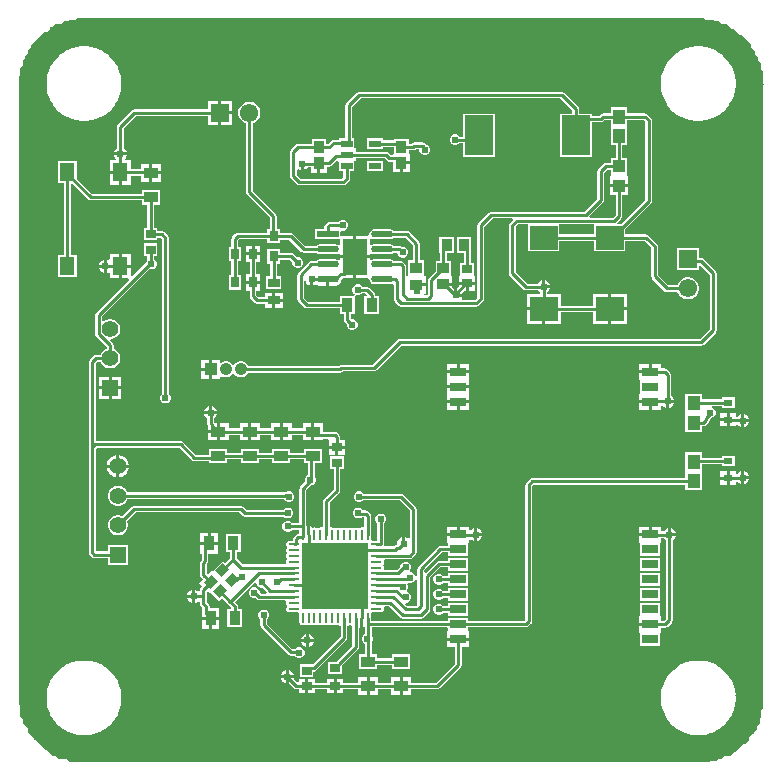
<source format=gtl>
G04*
G04 #@! TF.GenerationSoftware,Altium Limited,Altium Designer,22.5.1 (42)*
G04*
G04 Layer_Physical_Order=1*
G04 Layer_Color=255*
%FSLAX44Y44*%
%MOMM*%
G71*
G04*
G04 #@! TF.SameCoordinates,548A175F-BCEF-4031-9993-F39C1D0A8298*
G04*
G04*
G04 #@! TF.FilePolarity,Positive*
G04*
G01*
G75*
%ADD13C,0.2540*%
%ADD16R,1.3000X1.5500*%
%ADD17R,1.1062X1.2549*%
%ADD18R,1.0000X0.6000*%
%ADD19O,1.0000X0.2500*%
%ADD20O,0.2500X1.0000*%
%ADD21R,5.6000X5.6000*%
G04:AMPARAMS|DCode=22|XSize=0.9mm|YSize=0.8mm|CornerRadius=0mm|HoleSize=0mm|Usage=FLASHONLY|Rotation=225.000|XOffset=0mm|YOffset=0mm|HoleType=Round|Shape=Rectangle|*
%AMROTATEDRECTD22*
4,1,4,0.0354,0.6010,0.6010,0.0354,-0.0354,-0.6010,-0.6010,-0.0354,0.0354,0.6010,0.0*
%
%ADD22ROTATEDRECTD22*%

%ADD23R,0.8500X0.7500*%
%ADD24R,1.2062X0.9562*%
%ADD25R,0.9562X1.2062*%
%ADD26R,0.9000X0.7500*%
%ADD27R,1.4000X0.8000*%
%ADD28R,1.8741X0.5421*%
G04:AMPARAMS|DCode=29|XSize=1.8741mm|YSize=0.5421mm|CornerRadius=0.2711mm|HoleSize=0mm|Usage=FLASHONLY|Rotation=0.000|XOffset=0mm|YOffset=0mm|HoleType=Round|Shape=RoundedRectangle|*
%AMROUNDEDRECTD29*
21,1,1.8741,0.0000,0,0,0.0*
21,1,1.3319,0.5421,0,0,0.0*
1,1,0.5421,0.6660,0.0000*
1,1,0.5421,-0.6660,0.0000*
1,1,0.5421,-0.6660,0.0000*
1,1,0.5421,0.6660,0.0000*
%
%ADD29ROUNDEDRECTD29*%
%ADD30R,1.0621X1.1350*%
%ADD31R,1.0000X0.7500*%
%ADD32R,0.9000X1.0500*%
%ADD33R,0.8000X0.9000*%
%ADD34R,2.4000X3.4000*%
%ADD35R,0.8000X0.6000*%
%ADD36R,0.9121X1.0578*%
%ADD37R,1.0000X0.9000*%
%ADD38R,1.0500X0.9500*%
%ADD39R,2.3300X1.9900*%
%ADD40R,0.7500X0.9000*%
%ADD47R,2.0250X3.1000*%
%ADD53R,1.4000X1.4000*%
%ADD54C,1.4000*%
%ADD57R,1.5500X1.5500*%
%ADD58C,1.5500*%
%ADD59R,1.5500X1.5500*%
%ADD62C,1.0500*%
%ADD63R,1.0500X1.0500*%
%ADD64C,0.6100*%
%ADD65C,0.5000*%
G36*
X1300480Y836930D02*
X1306830D01*
X1308100Y835660D01*
X1311910D01*
X1314450Y833120D01*
X1318260D01*
X1322070Y829310D01*
X1324610D01*
X1329690Y824230D01*
X1330960D01*
X1338580Y816610D01*
Y814070D01*
X1342390Y810260D01*
Y807720D01*
X1344930Y805180D01*
Y802640D01*
X1347470Y800100D01*
Y795020D01*
X1348740Y793750D01*
Y783590D01*
X1350010Y782320D01*
X1348740Y781050D01*
Y254000D01*
X1347470Y252730D01*
Y246380D01*
X1346200Y245110D01*
Y241300D01*
X1343660Y238760D01*
Y236220D01*
X1341120Y233680D01*
Y232410D01*
X1339850D01*
X1337310Y229870D01*
Y227330D01*
X1333500Y223520D01*
X1332230D01*
X1325880Y217170D01*
X1324610D01*
X1320800Y213360D01*
X1315720D01*
X1313180Y210820D01*
X1310640D01*
X1309370Y209550D01*
X1304290D01*
X1303020Y208280D01*
X762000D01*
X759460Y210820D01*
X753110D01*
X750570Y213360D01*
X748030D01*
X742950Y218440D01*
X741680D01*
X732790Y227330D01*
X731520D01*
Y228600D01*
X726440Y233680D01*
Y237490D01*
X722630Y241300D01*
Y245110D01*
X720090Y247650D01*
Y256540D01*
X718820Y257810D01*
Y788670D01*
X720090Y789940D01*
Y796290D01*
X722630Y798830D01*
Y802640D01*
X723900Y803910D01*
Y806450D01*
X726440Y808990D01*
Y811530D01*
X728980Y814070D01*
Y815340D01*
X740410Y826770D01*
X742950D01*
X745490Y829310D01*
Y830580D01*
X746760D01*
X749300Y833120D01*
X754380D01*
X756920Y835660D01*
X760730D01*
X762000Y836930D01*
X767080D01*
X768350Y838200D01*
X1299210D01*
X1300480Y836930D01*
D02*
G37*
%LPC*%
G36*
X1296096Y814535D02*
X1292164D01*
X1292059Y814492D01*
X1291949Y814521D01*
X1288050Y814008D01*
X1287952Y813951D01*
X1287839Y813966D01*
X1284040Y812948D01*
X1283950Y812879D01*
X1283837D01*
X1280203Y811374D01*
X1280123Y811293D01*
X1280010Y811279D01*
X1276605Y809312D01*
X1276535Y809222D01*
X1276426Y809193D01*
X1273306Y806799D01*
X1273249Y806700D01*
X1273144Y806657D01*
X1270363Y803876D01*
X1270320Y803771D01*
X1270221Y803714D01*
X1267827Y800594D01*
X1267798Y800485D01*
X1267708Y800415D01*
X1265741Y797010D01*
X1265726Y796897D01*
X1265646Y796817D01*
X1264141Y793183D01*
Y793070D01*
X1264072Y792980D01*
X1263054Y789181D01*
X1263069Y789068D01*
X1263012Y788970D01*
X1262499Y785071D01*
X1262528Y784961D01*
X1262485Y784856D01*
Y780924D01*
X1262528Y780819D01*
X1262499Y780709D01*
X1263012Y776810D01*
X1263069Y776712D01*
X1263054Y776599D01*
X1264072Y772800D01*
X1264141Y772710D01*
Y772597D01*
X1265646Y768963D01*
X1265726Y768883D01*
X1265741Y768770D01*
X1267708Y765365D01*
X1267798Y765295D01*
X1267827Y765186D01*
X1270221Y762066D01*
X1270320Y762009D01*
X1270363Y761904D01*
X1273144Y759123D01*
X1273249Y759080D01*
X1273306Y758981D01*
X1276426Y756587D01*
X1276535Y756558D01*
X1276605Y756468D01*
X1280010Y754501D01*
X1280123Y754486D01*
X1280203Y754406D01*
X1283837Y752901D01*
X1283950D01*
X1284040Y752832D01*
X1287839Y751814D01*
X1287952Y751829D01*
X1288050Y751772D01*
X1291949Y751259D01*
X1292059Y751288D01*
X1292164Y751245D01*
X1296096D01*
X1296201Y751288D01*
X1296311Y751259D01*
X1300210Y751772D01*
X1300308Y751829D01*
X1300421Y751814D01*
X1304220Y752832D01*
X1304310Y752901D01*
X1304423D01*
X1308057Y754406D01*
X1308137Y754486D01*
X1308250Y754501D01*
X1311655Y756468D01*
X1311725Y756558D01*
X1311834Y756587D01*
X1314954Y758981D01*
X1315011Y759080D01*
X1315116Y759123D01*
X1317897Y761904D01*
X1317940Y762009D01*
X1318039Y762066D01*
X1320433Y765186D01*
X1320462Y765295D01*
X1320552Y765365D01*
X1322519Y768770D01*
X1322534Y768883D01*
X1322614Y768963D01*
X1324119Y772597D01*
Y772710D01*
X1324188Y772800D01*
X1325206Y776599D01*
X1325191Y776712D01*
X1325248Y776810D01*
X1325761Y780709D01*
X1325732Y780819D01*
X1325775Y780924D01*
Y784856D01*
X1325732Y784961D01*
X1325761Y785071D01*
X1325248Y788970D01*
X1325191Y789068D01*
X1325206Y789181D01*
X1324188Y792980D01*
X1324119Y793070D01*
Y793183D01*
X1322614Y796817D01*
X1322534Y796897D01*
X1322519Y797010D01*
X1320552Y800415D01*
X1320462Y800485D01*
X1320433Y800594D01*
X1318039Y803714D01*
X1317940Y803771D01*
X1317897Y803876D01*
X1315116Y806657D01*
X1315011Y806700D01*
X1314954Y806799D01*
X1311834Y809193D01*
X1311725Y809222D01*
X1311655Y809312D01*
X1308250Y811279D01*
X1308137Y811293D01*
X1308057Y811374D01*
X1304423Y812879D01*
X1304310D01*
X1304220Y812948D01*
X1300421Y813966D01*
X1300308Y813951D01*
X1300210Y814008D01*
X1296311Y814521D01*
X1296201Y814492D01*
X1296096Y814535D01*
D02*
G37*
G36*
X776096D02*
X772164D01*
X772059Y814492D01*
X771949Y814521D01*
X768050Y814008D01*
X767952Y813951D01*
X767839Y813966D01*
X764040Y812948D01*
X763950Y812879D01*
X763837D01*
X760203Y811374D01*
X760123Y811293D01*
X760010Y811279D01*
X756605Y809312D01*
X756535Y809222D01*
X756426Y809193D01*
X753306Y806799D01*
X753249Y806700D01*
X753144Y806657D01*
X750363Y803876D01*
X750320Y803771D01*
X750221Y803714D01*
X747827Y800594D01*
X747798Y800485D01*
X747708Y800415D01*
X745741Y797010D01*
X745726Y796897D01*
X745646Y796817D01*
X744141Y793183D01*
Y793070D01*
X744072Y792980D01*
X743054Y789181D01*
X743069Y789068D01*
X743012Y788970D01*
X742499Y785071D01*
X742528Y784961D01*
X742485Y784856D01*
Y780924D01*
X742528Y780819D01*
X742499Y780709D01*
X743012Y776810D01*
X743069Y776712D01*
X743054Y776599D01*
X744072Y772800D01*
X744141Y772710D01*
Y772597D01*
X745646Y768963D01*
X745726Y768883D01*
X745741Y768770D01*
X747708Y765365D01*
X747798Y765295D01*
X747827Y765186D01*
X750221Y762066D01*
X750320Y762009D01*
X750363Y761904D01*
X753144Y759123D01*
X753249Y759080D01*
X753306Y758981D01*
X756426Y756587D01*
X756535Y756558D01*
X756605Y756468D01*
X760010Y754501D01*
X760123Y754486D01*
X760203Y754406D01*
X763837Y752901D01*
X763950D01*
X764040Y752832D01*
X767839Y751814D01*
X767952Y751829D01*
X768050Y751772D01*
X771949Y751259D01*
X772059Y751288D01*
X772164Y751245D01*
X776096D01*
X776201Y751288D01*
X776311Y751259D01*
X780210Y751772D01*
X780308Y751829D01*
X780421Y751814D01*
X784220Y752832D01*
X784310Y752901D01*
X784424D01*
X788057Y754406D01*
X788137Y754486D01*
X788250Y754501D01*
X791656Y756468D01*
X791725Y756558D01*
X791834Y756587D01*
X794954Y758981D01*
X795011Y759080D01*
X795116Y759123D01*
X797897Y761904D01*
X797940Y762009D01*
X798039Y762066D01*
X800433Y765186D01*
X800462Y765295D01*
X800552Y765365D01*
X802519Y768770D01*
X802533Y768883D01*
X802614Y768963D01*
X804119Y772597D01*
Y772710D01*
X804188Y772800D01*
X805206Y776599D01*
X805191Y776712D01*
X805248Y776810D01*
X805761Y780709D01*
X805732Y780819D01*
X805775Y780924D01*
Y784856D01*
X805732Y784961D01*
X805761Y785071D01*
X805248Y788970D01*
X805191Y789068D01*
X805206Y789181D01*
X804188Y792980D01*
X804119Y793070D01*
Y793183D01*
X802614Y796817D01*
X802533Y796897D01*
X802519Y797010D01*
X800552Y800415D01*
X800462Y800485D01*
X800433Y800594D01*
X798039Y803714D01*
X797940Y803771D01*
X797897Y803876D01*
X795116Y806657D01*
X795011Y806700D01*
X794954Y806799D01*
X791834Y809193D01*
X791725Y809222D01*
X791656Y809312D01*
X788250Y811279D01*
X788137Y811293D01*
X788057Y811374D01*
X784424Y812879D01*
X784310D01*
X784220Y812948D01*
X780421Y813966D01*
X780308Y813951D01*
X780210Y814008D01*
X776311Y814521D01*
X776201Y814492D01*
X776096Y814535D01*
D02*
G37*
G36*
X899490Y768650D02*
X890470D01*
Y759630D01*
X899490D01*
Y768650D01*
D02*
G37*
G36*
Y757090D02*
X890470D01*
Y748070D01*
X899490D01*
Y757090D01*
D02*
G37*
G36*
X887930Y768650D02*
X878910D01*
Y761205D01*
X816780D01*
X815691Y760988D01*
X814769Y760371D01*
X802999Y748602D01*
X802383Y747679D01*
X802166Y746591D01*
Y728389D01*
X801844Y728256D01*
X800272Y726684D01*
X799486Y724787D01*
X810535D01*
X809750Y726684D01*
X808177Y728256D01*
X807855Y728389D01*
Y745412D01*
X817958Y755515D01*
X878910D01*
Y748070D01*
X887930D01*
Y758360D01*
Y768650D01*
D02*
G37*
G36*
X1121870Y757660D02*
X1094830D01*
Y738175D01*
X1092008D01*
X1090979Y739204D01*
X1089299Y739900D01*
X1087481D01*
X1085801Y739204D01*
X1084516Y737919D01*
X1083820Y736239D01*
Y734421D01*
X1084516Y732741D01*
X1085801Y731456D01*
X1087481Y730760D01*
X1089299D01*
X1090979Y731456D01*
X1092008Y732485D01*
X1094830D01*
Y720620D01*
X1121870D01*
Y757660D01*
D02*
G37*
G36*
X839151Y714711D02*
X831850D01*
Y708660D01*
X839151D01*
Y714711D01*
D02*
G37*
G36*
X1027111Y717650D02*
X1014071D01*
Y708610D01*
X1027111D01*
Y717650D01*
D02*
G37*
G36*
X1049982Y714588D02*
X1044151D01*
Y708029D01*
X1049982D01*
Y714588D01*
D02*
G37*
G36*
X839151Y706120D02*
X831850D01*
Y700069D01*
X839151D01*
Y706120D01*
D02*
G37*
G36*
X810535Y722247D02*
X799486D01*
X800272Y720350D01*
X801292Y719330D01*
X800766Y718060D01*
X795991D01*
Y709040D01*
X805031D01*
Y707770D01*
X806301D01*
Y697480D01*
X814071D01*
Y704925D01*
X822009D01*
Y700069D01*
X829310D01*
Y707390D01*
Y714711D01*
X822009D01*
Y710615D01*
X814071D01*
Y718060D01*
X809255D01*
X808729Y719330D01*
X809750Y720350D01*
X810535Y722247D01*
D02*
G37*
G36*
X803761Y706500D02*
X795991D01*
Y697480D01*
X803761D01*
Y706500D01*
D02*
G37*
G36*
X923571Y645850D02*
X918551D01*
Y640080D01*
X923571D01*
Y645850D01*
D02*
G37*
G36*
X916011D02*
X910991D01*
Y640080D01*
X916011D01*
Y645850D01*
D02*
G37*
G36*
X915420Y767630D02*
X912980D01*
X910622Y766998D01*
X908508Y765778D01*
X906782Y764052D01*
X905562Y761938D01*
X904930Y759580D01*
Y757140D01*
X905562Y754782D01*
X906782Y752668D01*
X908508Y750942D01*
X910622Y749722D01*
X911355Y749525D01*
Y691080D01*
X911572Y689991D01*
X912189Y689069D01*
X931485Y669772D01*
Y659680D01*
X929200D01*
Y656895D01*
X904240D01*
X903151Y656678D01*
X902228Y656061D01*
X899770Y653602D01*
X899153Y652680D01*
X898936Y651591D01*
Y644830D01*
X896511D01*
Y632790D01*
X898936D01*
Y620700D01*
X896511D01*
Y608660D01*
X907051D01*
Y620700D01*
X904626D01*
Y632790D01*
X907051D01*
Y644830D01*
X904626D01*
Y650413D01*
X905418Y651205D01*
X929200D01*
Y647640D01*
X940240D01*
Y650815D01*
X947902D01*
X958109Y640609D01*
X959031Y639992D01*
X960120Y639775D01*
X970503D01*
X970641Y639570D01*
X972040Y638635D01*
X973691Y638307D01*
X987010D01*
X988661Y638635D01*
X989576Y639246D01*
X990846Y638634D01*
Y637540D01*
X1002241D01*
Y654310D01*
X991241D01*
Y657708D01*
X992231Y658370D01*
X994049D01*
X995729Y659066D01*
X997014Y660351D01*
X997710Y662031D01*
Y663849D01*
X997014Y665529D01*
X995729Y666814D01*
X994049Y667510D01*
X992231D01*
X990551Y666814D01*
X989522Y665785D01*
X981838D01*
X980750Y665568D01*
X979827Y664951D01*
X978339Y663464D01*
X977722Y662541D01*
X977506Y661452D01*
Y659551D01*
X969460D01*
Y651089D01*
X990846D01*
Y646606D01*
X989576Y645994D01*
X988661Y646605D01*
X987010Y646934D01*
X973691D01*
X972040Y646605D01*
X970641Y645670D01*
X970503Y645465D01*
X961298D01*
X951091Y655671D01*
X950169Y656288D01*
X949080Y656505D01*
X940240D01*
Y659680D01*
X937175D01*
Y670950D01*
X936958Y672039D01*
X936341Y672961D01*
X917045Y692258D01*
Y749525D01*
X917778Y749722D01*
X919892Y750942D01*
X921618Y752668D01*
X922838Y754782D01*
X923470Y757140D01*
Y759580D01*
X922838Y761938D01*
X921618Y764052D01*
X919892Y765778D01*
X917778Y766998D01*
X915420Y767630D01*
D02*
G37*
G36*
X803761Y638560D02*
X795991D01*
Y634144D01*
X794721Y633376D01*
X793470Y633895D01*
Y628370D01*
Y622845D01*
X794721Y623364D01*
X795991Y622596D01*
Y617980D01*
X803761D01*
Y628270D01*
Y638560D01*
D02*
G37*
G36*
X1002241Y635000D02*
X990846D01*
Y633906D01*
X989576Y633294D01*
X988661Y633905D01*
X987010Y634234D01*
X973691D01*
X972040Y633905D01*
X970641Y632970D01*
X970503Y632765D01*
X966470D01*
X965381Y632548D01*
X964459Y631931D01*
X955569Y623041D01*
X954952Y622119D01*
X954735Y621030D01*
Y600710D01*
X954952Y599621D01*
X955569Y598699D01*
X960649Y593619D01*
X961571Y593002D01*
X962660Y592785D01*
X990770D01*
Y588079D01*
X994105D01*
Y582930D01*
X994322Y581841D01*
X994939Y580919D01*
X996644Y579214D01*
Y578051D01*
X997339Y576371D01*
X998625Y575085D01*
X1000304Y574390D01*
X1002123D01*
X1003802Y575085D01*
X1005088Y576371D01*
X1005783Y578051D01*
Y579869D01*
X1005088Y581548D01*
X1003802Y582834D01*
X1002123Y583530D01*
X1000373D01*
X999795Y584108D01*
Y588079D01*
X1003372D01*
Y602057D01*
X1003372Y603031D01*
X1004293Y604025D01*
X1004931Y603760D01*
X1006749D01*
X1008429Y604456D01*
X1009458Y605485D01*
X1012282D01*
X1013413Y604354D01*
X1012927Y603181D01*
X1011270D01*
Y588079D01*
X1023872D01*
Y603181D01*
X1020416D01*
Y604219D01*
X1020199Y605308D01*
X1019582Y606231D01*
X1015471Y610341D01*
X1014549Y610958D01*
X1013460Y611175D01*
X1009458D01*
X1008429Y612204D01*
X1006749Y612900D01*
X1004931D01*
X1003251Y612204D01*
X1001966Y610919D01*
X1001270Y609239D01*
Y607421D01*
X1001966Y605741D01*
X1003100Y604607D01*
X1003251Y604456D01*
X1003260Y604434D01*
X1003010Y603181D01*
X1002176Y603181D01*
X1002176Y603181D01*
X1002164Y603181D01*
X990770D01*
Y598475D01*
X963838D01*
X960425Y601888D01*
Y615672D01*
X961695Y615924D01*
X962318Y614418D01*
X963891Y612845D01*
X965788Y612060D01*
Y617584D01*
X968328D01*
Y612060D01*
X970224Y612845D01*
X970450Y613071D01*
X971642Y612274D01*
X973691Y611866D01*
X979080D01*
Y617220D01*
X981620D01*
Y611866D01*
X987010D01*
X989059Y612274D01*
X990796Y613434D01*
X991956Y615171D01*
X992364Y617220D01*
X992358Y617248D01*
X993164Y618230D01*
X1002241D01*
Y635000D01*
D02*
G37*
G36*
X790930Y633895D02*
X789034Y633109D01*
X787461Y631536D01*
X786675Y629640D01*
X790930D01*
Y633895D01*
D02*
G37*
G36*
X814071Y638560D02*
X806301D01*
Y629540D01*
X814071D01*
Y638560D01*
D02*
G37*
G36*
X940240Y642680D02*
X929200D01*
Y630640D01*
X931875D01*
Y619830D01*
X928200D01*
Y609290D01*
X941240D01*
Y619830D01*
X937565D01*
Y630640D01*
X940240D01*
Y633815D01*
X948392D01*
X950470Y631737D01*
Y630281D01*
X951166Y628601D01*
X952451Y627316D01*
X954131Y626620D01*
X955949D01*
X957629Y627316D01*
X958914Y628601D01*
X959610Y630281D01*
Y632099D01*
X958914Y633779D01*
X957629Y635064D01*
X955949Y635760D01*
X954493D01*
X951581Y638671D01*
X950659Y639288D01*
X949570Y639505D01*
X940240D01*
Y642680D01*
D02*
G37*
G36*
X790930Y627100D02*
X786675D01*
X787461Y625204D01*
X789034Y623631D01*
X790930Y622845D01*
Y627100D01*
D02*
G37*
G36*
X836350Y647740D02*
X824810D01*
Y637200D01*
X827735D01*
Y633315D01*
X827293Y632873D01*
X826598Y631193D01*
Y631065D01*
X826099Y630732D01*
X815244Y619877D01*
X814071Y620363D01*
Y627000D01*
X806301D01*
Y617980D01*
X811688D01*
X812174Y616807D01*
X784489Y589122D01*
X783872Y588199D01*
X783655Y587110D01*
Y571255D01*
X783872Y570166D01*
X784489Y569244D01*
X793445Y560287D01*
Y558368D01*
X793001Y558249D01*
X791059Y557128D01*
X789472Y555541D01*
X788351Y553599D01*
X788232Y553155D01*
X783990D01*
X782901Y552938D01*
X781979Y552321D01*
X779039Y549381D01*
X778422Y548459D01*
X778205Y547370D01*
Y474980D01*
Y386080D01*
X778422Y384991D01*
X779039Y384069D01*
X780979Y382129D01*
X781901Y381512D01*
X782990Y381295D01*
X794331D01*
Y375620D01*
X811371D01*
Y392660D01*
X794331D01*
Y386985D01*
X784168D01*
X783895Y387258D01*
Y473802D01*
X784768Y474675D01*
X854802D01*
X865399Y464079D01*
X866321Y463462D01*
X867410Y463245D01*
X880390D01*
Y461349D01*
X895492D01*
Y464805D01*
X907060D01*
Y461349D01*
X922162D01*
Y464805D01*
X933730D01*
Y461349D01*
X948832D01*
Y464805D01*
X960400D01*
Y461349D01*
X963625D01*
Y451455D01*
X963199Y451278D01*
X961913Y449993D01*
X961218Y448313D01*
Y446495D01*
X961418Y446011D01*
X957279Y441871D01*
X956662Y440949D01*
X956445Y439860D01*
Y410879D01*
X950356D01*
X949326Y411908D01*
X947647Y412604D01*
X945828D01*
X944149Y411908D01*
X942863Y410623D01*
X942168Y408943D01*
Y407125D01*
X942863Y405446D01*
X944149Y404160D01*
X945828Y403464D01*
X947647D01*
X949326Y404160D01*
X950356Y405190D01*
X956445D01*
Y401625D01*
X955258D01*
X954169Y401408D01*
X953247Y400791D01*
X951759Y399304D01*
X951142Y398381D01*
X950925Y397292D01*
Y396084D01*
X948040D01*
X946959Y395869D01*
X946043Y395257D01*
X945431Y394341D01*
X945216Y393260D01*
X945431Y392179D01*
X945802Y391623D01*
X945954Y390760D01*
X945802Y389897D01*
X945431Y389341D01*
X945216Y388260D01*
X945431Y387179D01*
X945802Y386623D01*
X945954Y385760D01*
X945802Y384897D01*
X945431Y384341D01*
X945216Y383260D01*
X945431Y382179D01*
X945802Y381623D01*
X945954Y380760D01*
X945802Y379897D01*
X945431Y379341D01*
X945216Y378260D01*
X945392Y377375D01*
X945114Y376759D01*
X944621Y376105D01*
X908416D01*
X903365Y381156D01*
Y386149D01*
X906821D01*
Y401251D01*
X894219D01*
Y386149D01*
X897675D01*
Y381156D01*
X893576Y377057D01*
X891684Y378949D01*
X883171Y370435D01*
X881943Y370334D01*
X881785Y370492D01*
X878818Y367525D01*
X877875Y368469D01*
Y376012D01*
X878520Y376657D01*
X879137Y377580D01*
X879354Y378669D01*
Y385129D01*
X887341D01*
Y392430D01*
X880020D01*
X872699D01*
Y385129D01*
X873664D01*
Y379847D01*
X873019Y379201D01*
X872402Y378279D01*
X872185Y377190D01*
Y367290D01*
X872402Y366202D01*
X873019Y365279D01*
X874795Y363502D01*
X871829Y360536D01*
X874442Y357923D01*
X873019Y356500D01*
X872402Y355577D01*
X872185Y354488D01*
Y353616D01*
X870915Y353090D01*
X870296Y353709D01*
X868400Y354495D01*
Y348970D01*
Y343445D01*
X870296Y344231D01*
X870915Y344850D01*
X872185Y344324D01*
Y342900D01*
X872402Y341811D01*
X873019Y340889D01*
X873896Y340011D01*
X873969Y338771D01*
X873969D01*
Y331470D01*
X888611D01*
Y338771D01*
X880624D01*
Y340151D01*
X880407Y341240D01*
X879790Y342162D01*
X877875Y344078D01*
Y352694D01*
X879145Y353220D01*
X881078Y351287D01*
X881799Y352008D01*
X888856Y344951D01*
X891101Y347197D01*
X896009Y342289D01*
X898945Y339352D01*
Y337751D01*
X895489D01*
Y322649D01*
X908091D01*
Y337751D01*
X904635D01*
Y340530D01*
X904418Y341619D01*
X903801Y342542D01*
X902043Y344300D01*
X918720Y360977D01*
X919990Y360451D01*
Y359771D01*
X920686Y358091D01*
X921971Y356806D01*
X923651Y356110D01*
X925107D01*
X928842Y352375D01*
X928316Y351105D01*
X923882D01*
X922780Y352206D01*
Y352699D01*
X922084Y354379D01*
X920799Y355664D01*
X919119Y356360D01*
X917301D01*
X915621Y355664D01*
X914336Y354379D01*
X913640Y352699D01*
Y350881D01*
X914336Y349201D01*
X915621Y347916D01*
X917301Y347220D01*
X919119D01*
X919544Y347396D01*
X920692Y346249D01*
X921615Y345632D01*
X922703Y345415D01*
X944621D01*
X945114Y344761D01*
X945392Y344145D01*
X945216Y343260D01*
X945431Y342179D01*
X945802Y341623D01*
X945954Y340760D01*
X945802Y339897D01*
X945431Y339341D01*
X945216Y338260D01*
X945431Y337179D01*
X946043Y336263D01*
X946959Y335651D01*
X948040Y335436D01*
X955355D01*
X955880Y335096D01*
X956126Y334850D01*
X956466Y334325D01*
Y327010D01*
X956681Y325929D01*
X957293Y325013D01*
X958209Y324401D01*
X959290Y324186D01*
X960371Y324401D01*
X961287Y325013D01*
X962293D01*
X963209Y324401D01*
X964290Y324186D01*
X965371Y324401D01*
X966287Y325013D01*
X967293D01*
X968209Y324401D01*
X969290Y324186D01*
X970371Y324401D01*
X971287Y325013D01*
X972293D01*
X973209Y324401D01*
X974290Y324186D01*
X975371Y324401D01*
X976287Y325013D01*
X977293D01*
X978209Y324401D01*
X979290Y324186D01*
X980371Y324401D01*
X981287Y325013D01*
X982293D01*
X983209Y324401D01*
X984290Y324186D01*
X985371Y324401D01*
X986287Y325013D01*
X987293D01*
X988209Y324401D01*
X989290Y324186D01*
X990175Y324362D01*
X990791Y324084D01*
X991445Y323591D01*
Y314748D01*
X967867Y291170D01*
X956890D01*
Y280630D01*
X968430D01*
Y285229D01*
X968794D01*
X969883Y285446D01*
X970806Y286063D01*
X996301Y311559D01*
X996918Y312481D01*
X997135Y313570D01*
Y323591D01*
X997789Y324084D01*
X998405Y324362D01*
X999290Y324186D01*
X1000175Y324362D01*
X1000791Y324084D01*
X1001445Y323591D01*
Y307098D01*
X988037Y293690D01*
X980770D01*
Y283150D01*
X992810D01*
Y290417D01*
X1006301Y303909D01*
X1006918Y304831D01*
X1007135Y305920D01*
Y322481D01*
X1008020Y323067D01*
Y330760D01*
X1010560D01*
Y323398D01*
X1010615Y323409D01*
X1011078Y323274D01*
X1011885Y322843D01*
Y316835D01*
X1011459Y316658D01*
X1010173Y315373D01*
X1009478Y313693D01*
Y311875D01*
X1010173Y310196D01*
X1011459Y308910D01*
X1011885Y308733D01*
Y299761D01*
X1007179D01*
Y287159D01*
X1022281D01*
Y290615D01*
X1035119D01*
Y287159D01*
X1050221D01*
Y299761D01*
X1035119D01*
Y296305D01*
X1022281D01*
Y299761D01*
X1017575D01*
Y309848D01*
X1017922Y310196D01*
X1018617Y311875D01*
Y313693D01*
X1017922Y315373D01*
X1017575Y315720D01*
Y322515D01*
X1081512D01*
X1082410Y321617D01*
X1082410Y319840D01*
X1081405Y319200D01*
X1081390D01*
Y313930D01*
X1100470D01*
Y319200D01*
X1100455D01*
X1099450Y319840D01*
X1099450Y320470D01*
Y322515D01*
X1148320D01*
X1149409Y322732D01*
X1150331Y323349D01*
X1152631Y325648D01*
X1153248Y326571D01*
X1153465Y327660D01*
Y442052D01*
X1154972Y443559D01*
X1283269D01*
Y438609D01*
X1297371D01*
Y453852D01*
X1297371Y454198D01*
Y455122D01*
X1297371Y455468D01*
Y460705D01*
X1314010D01*
Y459030D01*
X1325050D01*
Y468070D01*
X1314010D01*
Y466395D01*
X1297371D01*
Y470711D01*
X1283269D01*
Y455468D01*
X1283269Y455122D01*
Y454198D01*
X1283269Y453852D01*
Y449248D01*
X1153793D01*
X1152705Y449032D01*
X1151782Y448415D01*
X1148609Y445241D01*
X1147992Y444319D01*
X1147775Y443230D01*
Y328838D01*
X1147142Y328205D01*
X1099450D01*
Y330880D01*
X1082410D01*
Y328205D01*
X1017158D01*
X1017135Y328228D01*
Y330760D01*
X1017114Y330863D01*
Y334325D01*
X1017454Y334850D01*
X1017700Y335096D01*
X1018225Y335436D01*
X1025540D01*
X1026621Y335651D01*
X1027537Y336263D01*
X1028149Y337179D01*
X1028364Y338260D01*
X1028188Y339145D01*
X1028466Y339761D01*
X1028959Y340415D01*
X1032242D01*
X1041929Y330729D01*
X1042851Y330112D01*
X1043940Y329895D01*
X1059180D01*
X1060269Y330112D01*
X1061191Y330729D01*
X1066272Y335809D01*
X1066888Y336731D01*
X1067105Y337820D01*
Y364582D01*
X1075838Y373315D01*
X1082410D01*
Y370640D01*
X1099450D01*
Y381680D01*
X1082410D01*
Y379005D01*
X1074660D01*
X1073571Y378788D01*
X1072649Y378171D01*
X1063295Y368817D01*
X1062025Y369343D01*
Y370932D01*
X1077108Y386015D01*
X1082410D01*
Y383340D01*
X1099450D01*
X1099450Y394177D01*
X1100470Y394780D01*
X1100470Y394983D01*
X1100470Y394983D01*
Y396758D01*
X1101740Y397285D01*
X1102723Y396301D01*
X1104620Y395515D01*
Y401040D01*
Y406564D01*
X1102723Y405779D01*
X1101740Y404795D01*
X1100470Y405322D01*
Y407860D01*
X1092200D01*
Y401320D01*
X1090930D01*
Y400050D01*
X1081390D01*
Y394983D01*
X1081390Y394983D01*
Y394780D01*
X1082410Y394177D01*
X1082410Y393510D01*
Y391705D01*
X1075930D01*
X1074841Y391488D01*
X1073919Y390872D01*
X1057169Y374121D01*
X1056552Y373199D01*
X1056335Y372110D01*
Y341538D01*
X1055462Y340665D01*
X1047658D01*
X1046183Y342140D01*
X1046709Y343410D01*
X1047389D01*
X1049069Y344106D01*
X1050354Y345391D01*
X1051050Y347071D01*
Y348889D01*
X1050354Y350569D01*
X1049069Y351854D01*
X1047736Y352407D01*
X1047364Y353427D01*
X1047353Y353820D01*
X1047814Y354281D01*
X1048510Y355961D01*
Y357779D01*
X1047946Y359140D01*
X1048671Y360076D01*
X1048792Y360164D01*
X1049381Y359920D01*
X1051199D01*
X1052879Y360616D01*
X1054164Y361901D01*
X1054860Y363581D01*
Y365399D01*
X1054164Y367079D01*
X1052879Y368364D01*
X1051199Y369060D01*
X1050419D01*
X1049893Y370330D01*
X1050354Y370791D01*
X1051050Y372471D01*
Y374289D01*
X1050354Y375969D01*
X1049069Y377254D01*
X1047389Y377950D01*
X1045571D01*
X1043891Y377254D01*
X1042606Y375969D01*
X1041910Y374289D01*
Y374103D01*
X1038912Y371105D01*
X1028959D01*
X1028466Y371759D01*
X1028188Y372375D01*
X1028364Y373260D01*
X1028149Y374341D01*
X1027778Y374897D01*
X1027626Y375760D01*
X1027778Y376623D01*
X1028149Y377179D01*
X1028364Y378260D01*
X1028188Y379145D01*
X1028466Y379761D01*
X1028959Y380415D01*
X1050010D01*
X1051099Y380632D01*
X1052021Y381249D01*
X1054841Y384069D01*
X1055458Y384991D01*
X1055675Y386080D01*
Y422910D01*
X1055458Y423999D01*
X1054841Y424921D01*
X1044681Y435081D01*
X1043759Y435698D01*
X1042670Y435915D01*
X1010728D01*
X1009699Y436944D01*
X1008019Y437640D01*
X1006201D01*
X1004521Y436944D01*
X1003236Y435659D01*
X1002540Y433979D01*
Y432161D01*
X1003236Y430481D01*
X1004521Y429196D01*
X1006201Y428500D01*
X1008019D01*
X1009699Y429196D01*
X1010728Y430225D01*
X1041492D01*
X1049985Y421732D01*
Y398066D01*
X1048715Y397540D01*
X1048096Y398159D01*
X1046200Y398945D01*
Y393420D01*
X1043660D01*
Y398945D01*
X1041764Y398159D01*
X1040191Y396586D01*
X1039340Y394532D01*
Y392816D01*
X1039258Y392735D01*
X1038860D01*
X1037771Y392518D01*
X1036849Y391901D01*
X1036052Y391105D01*
X1028959D01*
X1028466Y391759D01*
X1028188Y392375D01*
X1028364Y393260D01*
X1028322Y393471D01*
Y410766D01*
X1029352Y411796D01*
X1030048Y413475D01*
Y415293D01*
X1029352Y416973D01*
X1028066Y418259D01*
X1026387Y418954D01*
X1024568D01*
X1022889Y418259D01*
X1021603Y416973D01*
X1020908Y415293D01*
Y413475D01*
X1021603Y411796D01*
X1022633Y410766D01*
Y396105D01*
X1021790D01*
X1021687Y396084D01*
X1018225D01*
X1017700Y396424D01*
X1017454Y396670D01*
X1017114Y397195D01*
Y400657D01*
X1017135Y400760D01*
Y417000D01*
X1016918Y418089D01*
X1016301Y419011D01*
X1014518Y420794D01*
X1013596Y421411D01*
X1012507Y421628D01*
X1010478D01*
X1010302Y422053D01*
X1009016Y423339D01*
X1007337Y424034D01*
X1005518D01*
X1003839Y423339D01*
X1002553Y422053D01*
X1001858Y420373D01*
Y418555D01*
X1002553Y416876D01*
X1003839Y415590D01*
X1005518Y414894D01*
X1007337D01*
X1009016Y415590D01*
X1009365Y415938D01*
X1011329D01*
X1011445Y415822D01*
Y407929D01*
X1010791Y407436D01*
X1010175Y407158D01*
X1009290Y407334D01*
X1008209Y407119D01*
X1007293Y406507D01*
X1006287D01*
X1005371Y407119D01*
X1004290Y407334D01*
X1003209Y407119D01*
X1002293Y406507D01*
X1001287D01*
X1000371Y407119D01*
X999290Y407334D01*
X998209Y407119D01*
X997293Y406507D01*
X996287D01*
X995371Y407119D01*
X994290Y407334D01*
X993209Y407119D01*
X992293Y406507D01*
X991287D01*
X990371Y407119D01*
X989290Y407334D01*
X988209Y407119D01*
X987293Y406507D01*
X986287D01*
X985371Y407119D01*
X984290Y407334D01*
X983405Y407158D01*
X982789Y407436D01*
X982135Y407929D01*
Y416805D01*
X982015Y417408D01*
Y428082D01*
X990282Y436350D01*
X990899Y437272D01*
X991116Y438361D01*
Y456860D01*
X994041D01*
Y467400D01*
X982501D01*
Y456860D01*
X985426D01*
Y439539D01*
X977159Y431271D01*
X976542Y430349D01*
X976325Y429260D01*
Y416925D01*
X976445Y416322D01*
Y407929D01*
X975791Y407436D01*
X975175Y407158D01*
X974290Y407334D01*
X973209Y407119D01*
X972293Y406507D01*
X971287D01*
X970371Y407119D01*
X969290Y407334D01*
X968209Y407119D01*
X967446Y406609D01*
X967022Y407242D01*
X965769Y408080D01*
X965560Y408122D01*
Y400760D01*
X963020D01*
Y408453D01*
X962248Y408964D01*
X962135Y409142D01*
Y438682D01*
X966287Y442834D01*
X966697D01*
X968376Y443530D01*
X969662Y444816D01*
X970358Y446495D01*
Y448313D01*
X969662Y449993D01*
X969315Y450340D01*
Y461349D01*
X975502D01*
Y473951D01*
X960400D01*
Y470495D01*
X948832D01*
Y473951D01*
X933730D01*
Y470495D01*
X922162D01*
Y473951D01*
X907060D01*
Y470495D01*
X895492D01*
Y473951D01*
X880390D01*
Y468935D01*
X868588D01*
X857991Y479531D01*
X857069Y480148D01*
X855980Y480365D01*
X783895D01*
Y546192D01*
X785168Y547465D01*
X788232D01*
X788351Y547021D01*
X789472Y545079D01*
X791059Y543492D01*
X793001Y542371D01*
X795168Y541790D01*
X797412D01*
X799579Y542371D01*
X801521Y543492D01*
X803108Y545079D01*
X804229Y547021D01*
X804810Y549188D01*
Y551432D01*
X804229Y553599D01*
X803108Y555541D01*
X801521Y557128D01*
X799579Y558249D01*
X799135Y558368D01*
Y561465D01*
X798918Y562553D01*
X798301Y563476D01*
X796258Y565520D01*
X796784Y566790D01*
X797412D01*
X799579Y567371D01*
X801521Y568492D01*
X803108Y570079D01*
X804229Y572021D01*
X804810Y574188D01*
Y576432D01*
X804229Y578599D01*
X803108Y580541D01*
X801521Y582128D01*
X799579Y583249D01*
X797412Y583830D01*
X795168D01*
X793001Y583249D01*
X791059Y582128D01*
X790615Y581684D01*
X789345Y582210D01*
Y585932D01*
X829449Y626036D01*
X829471Y626041D01*
X830258Y625714D01*
X832077D01*
X833756Y626410D01*
X835042Y627696D01*
X835738Y629375D01*
Y631193D01*
X835042Y632873D01*
X833756Y634159D01*
X833425Y634296D01*
Y637200D01*
X836350D01*
Y647740D01*
D02*
G37*
G36*
X923571Y637540D02*
X910991D01*
Y631770D01*
X914436D01*
Y621720D01*
X910991D01*
Y615950D01*
X923571D01*
Y621720D01*
X920126D01*
Y631770D01*
X923571D01*
Y637540D01*
D02*
G37*
G36*
X1101660Y653200D02*
X1089620D01*
Y639660D01*
X1095705D01*
Y631030D01*
X1092530D01*
X1092530Y620653D01*
X1091510Y620050D01*
X1091510Y619887D01*
X1091510Y619887D01*
Y615030D01*
X1098550D01*
X1105590D01*
Y619887D01*
X1105590Y619887D01*
Y620050D01*
X1104570Y620653D01*
X1104570Y621320D01*
Y631030D01*
X1101395D01*
Y639660D01*
X1101660D01*
Y653200D01*
D02*
G37*
G36*
X1164590Y616395D02*
Y612140D01*
X1168845D01*
X1168059Y614036D01*
X1166487Y615609D01*
X1164590Y616395D01*
D02*
G37*
G36*
X1105590Y612490D02*
X1099820D01*
Y607470D01*
X1105590D01*
Y612490D01*
D02*
G37*
G36*
X1097280D02*
X1091510D01*
Y611493D01*
X1090248Y610230D01*
Y604884D01*
X1094502D01*
X1094047Y605984D01*
X1095533Y607470D01*
X1097280D01*
Y612490D01*
D02*
G37*
G36*
X942260Y605850D02*
X935990D01*
Y600830D01*
X942260D01*
Y605850D01*
D02*
G37*
G36*
X1178560Y776275D02*
X1007110D01*
X1006021Y776058D01*
X1005099Y775441D01*
X996209Y766551D01*
X995592Y765629D01*
X995375Y764540D01*
Y736650D01*
X990071D01*
Y735635D01*
X985520D01*
X984431Y735418D01*
X983509Y734801D01*
X980532Y731825D01*
X979112D01*
Y735789D01*
X966950D01*
Y731825D01*
X955040D01*
X953951Y731608D01*
X953029Y730991D01*
X949219Y727181D01*
X948602Y726259D01*
X948385Y725170D01*
Y704850D01*
X948602Y703761D01*
X949219Y702839D01*
X954299Y697758D01*
X955221Y697142D01*
X956310Y696925D01*
X993833D01*
X994922Y697142D01*
X995844Y697759D01*
X998602Y700517D01*
X999219Y701439D01*
X999436Y702528D01*
Y708610D01*
X1003111D01*
Y717090D01*
X1004131D01*
Y719785D01*
X1028792D01*
X1030712Y717866D01*
X1031635Y717249D01*
X1032723Y717032D01*
X1035780D01*
Y708029D01*
X1041611D01*
Y715858D01*
X1042881D01*
Y717128D01*
X1049982D01*
Y723687D01*
X1048962D01*
Y726557D01*
X1052981D01*
X1054069Y726774D01*
X1054992Y727390D01*
X1055121Y727520D01*
X1058039D01*
Y725935D01*
X1058735Y724255D01*
X1060021Y722970D01*
X1061700Y722274D01*
X1063518D01*
X1065198Y722970D01*
X1066484Y724255D01*
X1067179Y725935D01*
Y727753D01*
X1066484Y729433D01*
X1065198Y730718D01*
X1063872Y731268D01*
X1062764Y732376D01*
X1061841Y732992D01*
X1060752Y733209D01*
X1053943D01*
X1052855Y732992D01*
X1051932Y732376D01*
X1051803Y732246D01*
X1048962D01*
Y736211D01*
X1036800D01*
Y734975D01*
X1027111D01*
Y736650D01*
X1014071D01*
Y727610D01*
X1027111D01*
Y729285D01*
X1036800D01*
Y723687D01*
X1035780D01*
Y722722D01*
X1033901D01*
X1031981Y724641D01*
X1031059Y725258D01*
X1029970Y725475D01*
X1004131D01*
Y728170D01*
X1003111D01*
Y736650D01*
X1001065D01*
Y763362D01*
X1008288Y770585D01*
X1177382D01*
X1187505Y760462D01*
Y757660D01*
X1176830D01*
Y720620D01*
X1203870D01*
Y750265D01*
X1211580D01*
X1212669Y750482D01*
X1213591Y751099D01*
X1214665Y752172D01*
X1219980D01*
Y747568D01*
X1219980Y747222D01*
Y746298D01*
X1219980Y745952D01*
Y730709D01*
X1224186D01*
Y720199D01*
X1220200D01*
Y715848D01*
X1215924D01*
X1214835Y715632D01*
X1213913Y715015D01*
X1209569Y710671D01*
X1208952Y709749D01*
X1208735Y708660D01*
Y685708D01*
X1197702Y674675D01*
X1118870D01*
X1117781Y674458D01*
X1116859Y673841D01*
X1107969Y664951D01*
X1107352Y664029D01*
X1107135Y662940D01*
Y601888D01*
X1104992Y599745D01*
X1094673D01*
X1093951Y601015D01*
X1094502Y602344D01*
X1088978D01*
Y603614D01*
X1087708D01*
Y609139D01*
X1087091Y608883D01*
X1085981Y609993D01*
Y611740D01*
X1078441D01*
Y614280D01*
X1085981D01*
Y620050D01*
X1084961Y620490D01*
Y632530D01*
X1081286D01*
Y639660D01*
X1087160D01*
Y653200D01*
X1075120D01*
Y639660D01*
X1075596D01*
Y632530D01*
X1071921D01*
Y624513D01*
X1066059Y618650D01*
X1065442Y617728D01*
X1065225Y616639D01*
Y604428D01*
X1064602Y603805D01*
X1063149D01*
X1062387Y605075D01*
X1062465Y605220D01*
X1063371D01*
Y611240D01*
X1055581D01*
Y613780D01*
X1063371D01*
Y619800D01*
X1063148D01*
X1062351Y620740D01*
Y633280D01*
X1058426D01*
Y647489D01*
X1058209Y648578D01*
X1057592Y649500D01*
X1049761Y657331D01*
X1048839Y657948D01*
X1047750Y658165D01*
X1036519D01*
X1036381Y658370D01*
X1034982Y659305D01*
X1033331Y659633D01*
X1020012D01*
X1018361Y659305D01*
X1016962Y658370D01*
X1016027Y656971D01*
X1015698Y655320D01*
X1015704Y655292D01*
X1014899Y654310D01*
X1004781D01*
Y637540D01*
X1016176D01*
Y638634D01*
X1017446Y639246D01*
X1018361Y638635D01*
X1020012Y638307D01*
X1033331D01*
X1034982Y638635D01*
X1036381Y639570D01*
X1036519Y639775D01*
X1039370D01*
Y639171D01*
X1040066Y637491D01*
X1041351Y636206D01*
X1043031Y635510D01*
X1044849D01*
X1046529Y636206D01*
X1047814Y637491D01*
X1048510Y639171D01*
Y640989D01*
X1047814Y642669D01*
X1046529Y643954D01*
X1044849Y644650D01*
X1043384D01*
X1042489Y645248D01*
X1041400Y645465D01*
X1036519D01*
X1036381Y645670D01*
X1034982Y646605D01*
X1033331Y646934D01*
X1020012D01*
X1018361Y646605D01*
X1017446Y645994D01*
X1016176Y646606D01*
Y651334D01*
X1017446Y651946D01*
X1018361Y651335D01*
X1020012Y651006D01*
X1033331D01*
X1034982Y651335D01*
X1036381Y652270D01*
X1036519Y652475D01*
X1046572D01*
X1052736Y646311D01*
Y633280D01*
X1048811D01*
Y620740D01*
X1048015Y619800D01*
X1047791D01*
X1046785Y620436D01*
Y628432D01*
X1046568Y629521D01*
X1045951Y630443D01*
X1044464Y631931D01*
X1043541Y632548D01*
X1042452Y632765D01*
X1036519D01*
X1036381Y632970D01*
X1034982Y633905D01*
X1033331Y634234D01*
X1020012D01*
X1018361Y633905D01*
X1017446Y633294D01*
X1016176Y633906D01*
Y635000D01*
X1004781D01*
Y618230D01*
X1014899D01*
X1015704Y617248D01*
X1015698Y617220D01*
X1016027Y615569D01*
X1016962Y614170D01*
X1018361Y613235D01*
X1020012Y612906D01*
X1033331D01*
X1034982Y613235D01*
X1035113Y613323D01*
X1036233Y612724D01*
Y600492D01*
X1036450Y599403D01*
X1037066Y598481D01*
X1040658Y594889D01*
X1041581Y594272D01*
X1042670Y594055D01*
X1106170D01*
X1107259Y594272D01*
X1108181Y594889D01*
X1111991Y598699D01*
X1112608Y599621D01*
X1112825Y600710D01*
Y661762D01*
X1120048Y668985D01*
X1136877D01*
X1137403Y667715D01*
X1134639Y664951D01*
X1134022Y664029D01*
X1133805Y662940D01*
Y622300D01*
X1134022Y621211D01*
X1134639Y620289D01*
X1146069Y608859D01*
X1146991Y608242D01*
X1148080Y608025D01*
X1158448D01*
X1158581Y607704D01*
X1160154Y606131D01*
X1160475Y605998D01*
Y604690D01*
X1149341D01*
Y593470D01*
X1163531D01*
Y592200D01*
X1164801D01*
Y579710D01*
X1177721D01*
Y589355D01*
X1205221D01*
Y579710D01*
X1218141D01*
Y592200D01*
Y604690D01*
X1205221D01*
Y595045D01*
X1177721D01*
Y604690D01*
X1166165D01*
Y605998D01*
X1166487Y606131D01*
X1168059Y607704D01*
X1168845Y609600D01*
X1163320D01*
Y610870D01*
X1162050D01*
Y616395D01*
X1160154Y615609D01*
X1158581Y614036D01*
X1158448Y613715D01*
X1149258D01*
X1139495Y623478D01*
Y661762D01*
X1141638Y663905D01*
X1149106D01*
X1150361Y663870D01*
X1150361Y662635D01*
Y640930D01*
X1176701D01*
Y649555D01*
X1206241D01*
Y640930D01*
X1232581D01*
Y649555D01*
X1248882D01*
X1254455Y643982D01*
Y619760D01*
X1254672Y618671D01*
X1255289Y617749D01*
X1265460Y607578D01*
X1266382Y606961D01*
X1267471Y606744D01*
X1276575D01*
X1276772Y606011D01*
X1277992Y603897D01*
X1279718Y602171D01*
X1281832Y600951D01*
X1284190Y600319D01*
X1286630D01*
X1288988Y600951D01*
X1291102Y602171D01*
X1292828Y603897D01*
X1294048Y606011D01*
X1294680Y608369D01*
Y610809D01*
X1294048Y613167D01*
X1292828Y615281D01*
X1291102Y617007D01*
X1288988Y618227D01*
X1286630Y618859D01*
X1284190D01*
X1281832Y618227D01*
X1279718Y617007D01*
X1277992Y615281D01*
X1276772Y613167D01*
X1276575Y612434D01*
X1268649D01*
X1260145Y620938D01*
Y645160D01*
X1259928Y646249D01*
X1259311Y647171D01*
X1252071Y654411D01*
X1251149Y655028D01*
X1250060Y655245D01*
X1232581D01*
Y659847D01*
X1254231Y681498D01*
X1254848Y682420D01*
X1255065Y683509D01*
Y751840D01*
X1254848Y752929D01*
X1254231Y753851D01*
X1251055Y757028D01*
X1250132Y757645D01*
X1249044Y757861D01*
X1234082D01*
Y762811D01*
X1219980D01*
Y757861D01*
X1213486D01*
X1212398Y757645D01*
X1211475Y757028D01*
X1210402Y755955D01*
X1203870D01*
Y757660D01*
X1193195D01*
Y761640D01*
X1192978Y762729D01*
X1192361Y763651D01*
X1180571Y775441D01*
X1179649Y776058D01*
X1178560Y776275D01*
D02*
G37*
G36*
X1233601Y604690D02*
X1220681D01*
Y593470D01*
X1233601D01*
Y604690D01*
D02*
G37*
G36*
X942260Y598290D02*
X935990D01*
Y593270D01*
X942260D01*
Y598290D01*
D02*
G37*
G36*
X923571Y613410D02*
X910991D01*
Y607640D01*
X914436D01*
Y602909D01*
X914653Y601820D01*
X915270Y600898D01*
X918619Y597549D01*
X919541Y596932D01*
X920630Y596715D01*
X927180D01*
Y593270D01*
X933450D01*
Y599560D01*
Y605850D01*
X927180D01*
Y602405D01*
X921808D01*
X920126Y604087D01*
Y607640D01*
X923571D01*
Y613410D01*
D02*
G37*
G36*
X1233601Y590930D02*
X1220681D01*
Y579710D01*
X1233601D01*
Y590930D01*
D02*
G37*
G36*
X1162261D02*
X1149341D01*
Y579710D01*
X1162261D01*
Y590930D01*
D02*
G37*
G36*
X1294680Y643859D02*
X1276140D01*
Y625319D01*
X1294680D01*
Y628631D01*
X1295950Y629157D01*
X1303985Y621122D01*
Y575218D01*
X1295492Y566725D01*
X1041400D01*
X1040311Y566508D01*
X1039389Y565891D01*
X1018632Y545135D01*
X991870D01*
X990781Y544918D01*
X989859Y544301D01*
X989422Y543865D01*
X912955D01*
X912197Y545177D01*
X910937Y546437D01*
X909393Y547329D01*
X907671Y547790D01*
X905889D01*
X904167Y547329D01*
X902623Y546437D01*
X901363Y545177D01*
X901163Y544831D01*
X899697D01*
X899497Y545177D01*
X898237Y546437D01*
X896693Y547329D01*
X894971Y547790D01*
X893189D01*
X891467Y547329D01*
X890440Y546736D01*
X889170Y547383D01*
Y548810D01*
X882650D01*
Y541020D01*
Y533230D01*
X889170D01*
Y534657D01*
X890440Y535304D01*
X891467Y534711D01*
X893189Y534250D01*
X894971D01*
X896693Y534711D01*
X898237Y535603D01*
X899497Y536863D01*
X899697Y537209D01*
X901163D01*
X901363Y536863D01*
X902623Y535603D01*
X904167Y534711D01*
X905889Y534250D01*
X907671D01*
X909393Y534711D01*
X910937Y535603D01*
X912197Y536863D01*
X912955Y538175D01*
X990600D01*
X991689Y538392D01*
X992611Y539009D01*
X993048Y539445D01*
X1019810D01*
X1020899Y539662D01*
X1021821Y540279D01*
X1042578Y561035D01*
X1296670D01*
X1297759Y561252D01*
X1298681Y561869D01*
X1308841Y572029D01*
X1309458Y572951D01*
X1309675Y574040D01*
Y622300D01*
X1309458Y623389D01*
X1308841Y624311D01*
X1298681Y634471D01*
X1297759Y635088D01*
X1296670Y635305D01*
X1294680D01*
Y643859D01*
D02*
G37*
G36*
X880110Y548810D02*
X873590D01*
Y542290D01*
X880110D01*
Y548810D01*
D02*
G37*
G36*
X1100470Y545500D02*
X1092200D01*
Y540230D01*
X1100470D01*
Y545500D01*
D02*
G37*
G36*
X1089660D02*
X1081390D01*
Y540230D01*
X1089660D01*
Y545500D01*
D02*
G37*
G36*
X1252220Y545500D02*
X1243950D01*
Y540230D01*
X1252220D01*
Y545500D01*
D02*
G37*
G36*
X880110Y539750D02*
X873590D01*
Y533230D01*
X880110D01*
Y539750D01*
D02*
G37*
G36*
X1100470Y537690D02*
X1081390D01*
Y532420D01*
Y527530D01*
X1100470D01*
Y532420D01*
Y537690D01*
D02*
G37*
G36*
X805830Y534850D02*
X797560D01*
Y526580D01*
X805830D01*
Y534850D01*
D02*
G37*
G36*
X795020D02*
X786750D01*
Y526580D01*
X795020D01*
Y534850D01*
D02*
G37*
G36*
X805830Y524040D02*
X797560D01*
Y515770D01*
X805830D01*
Y524040D01*
D02*
G37*
G36*
X795020D02*
X786750D01*
Y515770D01*
X795020D01*
Y524040D01*
D02*
G37*
G36*
X1100470Y524990D02*
X1081390D01*
Y519720D01*
Y514830D01*
X1100470D01*
Y519720D01*
Y524990D01*
D02*
G37*
G36*
X768051Y717040D02*
X752011D01*
Y698500D01*
X757186D01*
Y637540D01*
X752011D01*
Y619000D01*
X768051D01*
Y637540D01*
X762876D01*
Y698216D01*
X764146Y698383D01*
X777650Y684879D01*
X778572Y684262D01*
X779661Y684045D01*
X823029D01*
Y680589D01*
X827735D01*
Y660740D01*
X824810D01*
Y650200D01*
X836350D01*
Y652625D01*
X838852D01*
X840094Y651384D01*
Y520402D01*
X839064Y519373D01*
X838368Y517693D01*
Y515875D01*
X839064Y514195D01*
X840350Y512910D01*
X842029Y512214D01*
X843847D01*
X845527Y512910D01*
X846812Y514195D01*
X847508Y515875D01*
Y517693D01*
X846812Y519373D01*
X845783Y520402D01*
Y652562D01*
X845566Y653651D01*
X844950Y654574D01*
X842042Y657481D01*
X841119Y658098D01*
X840030Y658315D01*
X836350D01*
Y660740D01*
X833425D01*
Y680589D01*
X838131D01*
Y693191D01*
X823029D01*
Y689735D01*
X780839D01*
X768051Y702523D01*
Y717040D01*
D02*
G37*
G36*
X1273975Y512800D02*
X1269720D01*
Y508545D01*
X1271617Y509331D01*
X1273189Y510904D01*
X1273975Y512800D01*
D02*
G37*
G36*
X1263030Y545500D02*
X1254760D01*
Y538960D01*
X1253490D01*
Y537690D01*
X1243950D01*
Y532420D01*
X1243965D01*
X1244970Y531780D01*
X1244970Y531150D01*
Y521370D01*
X1244970Y520740D01*
X1243965Y520100D01*
X1243950D01*
Y514830D01*
X1253490D01*
Y513560D01*
X1254760D01*
Y507020D01*
X1263030D01*
Y509788D01*
X1264300Y510314D01*
X1265284Y509331D01*
X1267180Y508545D01*
Y514070D01*
X1268450D01*
Y515340D01*
X1273975D01*
X1273189Y517237D01*
X1271617Y518809D01*
X1271295Y518942D01*
Y536220D01*
X1271078Y537309D01*
X1270461Y538232D01*
X1267721Y540971D01*
X1266799Y541588D01*
X1265710Y541805D01*
X1263030D01*
Y545500D01*
D02*
G37*
G36*
X1297371Y520241D02*
X1283269D01*
Y504998D01*
X1283269Y504652D01*
Y503728D01*
X1283269Y503382D01*
Y488139D01*
X1297371D01*
Y493089D01*
X1298573D01*
X1299662Y493305D01*
X1300585Y493922D01*
X1303017Y496355D01*
X1303634Y497277D01*
X1303851Y498366D01*
Y498764D01*
X1304706Y499620D01*
X1305199D01*
X1306879Y500316D01*
X1308164Y501601D01*
X1308860Y503281D01*
Y505099D01*
X1308164Y506779D01*
X1306879Y508064D01*
X1305596Y508595D01*
X1305849Y509865D01*
X1314010D01*
Y508190D01*
X1325050D01*
Y517230D01*
X1314010D01*
Y515555D01*
X1297371D01*
Y520241D01*
D02*
G37*
G36*
X1100470Y512290D02*
X1092200D01*
Y507020D01*
X1100470D01*
Y512290D01*
D02*
G37*
G36*
X1089660D02*
X1081390D01*
Y507020D01*
X1089660D01*
Y512290D01*
D02*
G37*
G36*
X1252220Y512290D02*
X1243950D01*
Y507020D01*
X1252220D01*
Y512290D01*
D02*
G37*
G36*
X882650Y509715D02*
Y505460D01*
X886905D01*
X886119Y507356D01*
X884547Y508929D01*
X882650Y509715D01*
D02*
G37*
G36*
X880110D02*
X878214Y508929D01*
X876641Y507356D01*
X875855Y505460D01*
X880110D01*
Y509715D01*
D02*
G37*
G36*
X1318260Y503750D02*
X1312990D01*
Y499480D01*
X1318260D01*
Y503750D01*
D02*
G37*
G36*
X1333220Y503084D02*
Y498830D01*
X1337475D01*
X1336689Y500727D01*
X1335116Y502299D01*
X1333220Y503084D01*
D02*
G37*
G36*
X1318260Y496940D02*
X1312990D01*
Y492670D01*
X1318260D01*
Y496940D01*
D02*
G37*
G36*
X1337475Y496290D02*
X1333220D01*
Y492035D01*
X1335116Y492821D01*
X1336689Y494394D01*
X1337475Y496290D01*
D02*
G37*
G36*
X1326070Y503750D02*
X1320800D01*
Y498210D01*
Y492670D01*
X1326070D01*
Y493875D01*
X1326736Y494178D01*
X1327340Y494264D01*
X1328784Y492821D01*
X1330680Y492035D01*
Y497560D01*
Y503084D01*
X1328784Y502299D01*
X1327340Y500855D01*
X1326070Y501034D01*
Y503750D01*
D02*
G37*
G36*
X966681Y495471D02*
X959380D01*
Y490995D01*
X949852D01*
Y495471D01*
X942551D01*
Y488150D01*
Y480829D01*
X949852D01*
Y485305D01*
X959380D01*
Y480829D01*
X966681D01*
Y488150D01*
Y495471D01*
D02*
G37*
G36*
X940011D02*
X932710D01*
Y490995D01*
X923182D01*
Y495471D01*
X915881D01*
Y488150D01*
Y480829D01*
X923182D01*
Y485305D01*
X932710D01*
Y480829D01*
X940011D01*
Y488150D01*
Y495471D01*
D02*
G37*
G36*
X913341D02*
X906040D01*
Y490995D01*
X896512D01*
Y495471D01*
X889211D01*
Y488150D01*
Y480829D01*
X896512D01*
Y485305D01*
X906040D01*
Y480829D01*
X913341D01*
Y488150D01*
Y495471D01*
D02*
G37*
G36*
X886905Y502920D02*
X875855D01*
X876641Y501023D01*
X878214Y499451D01*
X878535Y499318D01*
Y494711D01*
X878752Y493622D01*
X879369Y492700D01*
X879370Y492698D01*
Y489420D01*
X886671D01*
Y495471D01*
X884643D01*
X884225Y495889D01*
Y499318D01*
X884547Y499451D01*
X886119Y501023D01*
X886905Y502920D01*
D02*
G37*
G36*
X886671Y486880D02*
X879370D01*
Y480829D01*
X886671D01*
Y486880D01*
D02*
G37*
G36*
X976522Y495471D02*
X969221D01*
Y488150D01*
Y480829D01*
X976522D01*
Y482295D01*
X980574D01*
X981481Y481420D01*
Y476400D01*
X995061D01*
Y481420D01*
X991116D01*
Y483652D01*
X990899Y484741D01*
X990282Y485663D01*
X988794Y487151D01*
X987872Y487768D01*
X986783Y487985D01*
X976522D01*
Y495471D01*
D02*
G37*
G36*
X995061Y473860D02*
X989541D01*
Y468840D01*
X995061D01*
Y473860D01*
D02*
G37*
G36*
X987001D02*
X981481D01*
Y468840D01*
X987001D01*
Y473860D01*
D02*
G37*
G36*
X804121Y468676D02*
Y460410D01*
X812387D01*
X811741Y462822D01*
X810485Y464998D01*
X808709Y466774D01*
X806533Y468030D01*
X804121Y468676D01*
D02*
G37*
G36*
X801581D02*
X799169Y468030D01*
X796993Y466774D01*
X795217Y464998D01*
X793961Y462822D01*
X793315Y460410D01*
X801581D01*
Y468676D01*
D02*
G37*
G36*
X1330680Y454824D02*
X1328784Y454039D01*
X1327340Y452595D01*
X1326736Y452682D01*
X1326070Y452985D01*
Y454590D01*
X1320800D01*
Y449050D01*
Y443510D01*
X1326070D01*
Y445615D01*
X1326736Y445918D01*
X1327340Y446004D01*
X1328784Y444561D01*
X1330680Y443775D01*
Y449300D01*
Y454824D01*
D02*
G37*
G36*
X1333220D02*
Y450570D01*
X1337475D01*
X1336689Y452467D01*
X1335116Y454039D01*
X1333220Y454824D01*
D02*
G37*
G36*
X1318260Y454590D02*
X1312990D01*
Y450320D01*
X1318260D01*
Y454590D01*
D02*
G37*
G36*
X812387Y457870D02*
X804121D01*
Y449604D01*
X806533Y450250D01*
X808709Y451506D01*
X810485Y453282D01*
X811741Y455458D01*
X812387Y457870D01*
D02*
G37*
G36*
X801581D02*
X793315D01*
X793961Y455458D01*
X795217Y453282D01*
X796993Y451506D01*
X799169Y450250D01*
X801581Y449604D01*
Y457870D01*
D02*
G37*
G36*
X1337475Y448030D02*
X1333220D01*
Y443775D01*
X1335116Y444561D01*
X1336689Y446133D01*
X1337475Y448030D01*
D02*
G37*
G36*
X1318260Y447780D02*
X1312990D01*
Y443510D01*
X1318260D01*
Y447780D01*
D02*
G37*
G36*
X803973Y442660D02*
X801729D01*
X799562Y442079D01*
X797620Y440958D01*
X796033Y439371D01*
X794912Y437429D01*
X794331Y435262D01*
Y433018D01*
X794912Y430851D01*
X796033Y428909D01*
X797620Y427322D01*
X799562Y426201D01*
X801729Y425620D01*
X803973D01*
X806140Y426201D01*
X808082Y427322D01*
X809669Y428909D01*
X810790Y430851D01*
X810909Y431295D01*
X943209D01*
X943546Y430481D01*
X944831Y429196D01*
X946511Y428500D01*
X948329D01*
X950009Y429196D01*
X951294Y430481D01*
X951990Y432161D01*
Y433979D01*
X951294Y435659D01*
X950009Y436944D01*
X948329Y437640D01*
X946511D01*
X945239Y437113D01*
X944880Y437185D01*
X943875Y436985D01*
X810909D01*
X810790Y437429D01*
X809669Y439371D01*
X808082Y440958D01*
X806140Y442079D01*
X803973Y442660D01*
D02*
G37*
G36*
X906780Y425755D02*
X816621D01*
X815532Y425538D01*
X814610Y424921D01*
X806538Y416850D01*
X806140Y417079D01*
X803973Y417660D01*
X801729D01*
X799562Y417079D01*
X797620Y415958D01*
X796033Y414371D01*
X794912Y412429D01*
X794331Y410262D01*
Y408018D01*
X794912Y405851D01*
X796033Y403909D01*
X797620Y402322D01*
X799562Y401201D01*
X801729Y400620D01*
X803973D01*
X806140Y401201D01*
X808082Y402322D01*
X809669Y403909D01*
X810790Y405851D01*
X811371Y408018D01*
Y410262D01*
X810790Y412429D01*
X810561Y412827D01*
X817799Y420065D01*
X905602D01*
X908579Y417089D01*
X909501Y416472D01*
X910590Y416255D01*
X943484D01*
X944149Y415590D01*
X945828Y414894D01*
X947647D01*
X949326Y415590D01*
X950612Y416876D01*
X951308Y418555D01*
Y420373D01*
X950612Y422053D01*
X949326Y423339D01*
X947647Y424034D01*
X945828D01*
X944149Y423339D01*
X942863Y422053D01*
X942818Y421945D01*
X911768D01*
X908791Y424921D01*
X907869Y425538D01*
X906780Y425755D01*
D02*
G37*
G36*
X1252220Y407860D02*
X1243950D01*
Y402590D01*
X1252220D01*
Y407860D01*
D02*
G37*
G36*
X1089660D02*
X1081390D01*
Y402590D01*
X1089660D01*
Y407860D01*
D02*
G37*
G36*
X1270990Y406564D02*
Y402310D01*
X1275245D01*
X1274459Y404207D01*
X1272887Y405779D01*
X1270990Y406564D01*
D02*
G37*
G36*
X1107160D02*
Y402310D01*
X1111414D01*
X1110629Y404207D01*
X1109056Y405779D01*
X1107160Y406564D01*
D02*
G37*
G36*
X1111414Y399770D02*
X1107160D01*
Y395515D01*
X1109056Y396301D01*
X1110629Y397873D01*
X1111414Y399770D01*
D02*
G37*
G36*
X887341Y402271D02*
X881290D01*
Y394970D01*
X887341D01*
Y402271D01*
D02*
G37*
G36*
X878750D02*
X872699D01*
Y394970D01*
X878750D01*
Y402271D01*
D02*
G37*
G36*
X1262010Y381680D02*
X1244970D01*
Y370640D01*
X1262010D01*
Y381680D01*
D02*
G37*
G36*
X1099450Y368980D02*
X1082410D01*
Y366065D01*
X1078038D01*
X1077009Y367094D01*
X1075329Y367790D01*
X1073511D01*
X1071831Y367094D01*
X1070546Y365809D01*
X1069850Y364129D01*
Y362311D01*
X1070546Y360631D01*
X1071831Y359346D01*
X1073511Y358650D01*
X1075329D01*
X1077009Y359346D01*
X1078038Y360375D01*
X1082410D01*
Y357940D01*
X1099450D01*
Y368980D01*
D02*
G37*
G36*
X1262010D02*
X1244970D01*
Y357940D01*
X1262010D01*
Y368980D01*
D02*
G37*
G36*
X1099450Y356280D02*
X1082410D01*
Y353365D01*
X1078038D01*
X1077009Y354394D01*
X1075329Y355090D01*
X1073511D01*
X1071831Y354394D01*
X1070546Y353109D01*
X1069850Y351429D01*
Y349611D01*
X1070546Y347931D01*
X1071831Y346646D01*
X1073511Y345950D01*
X1075329D01*
X1077009Y346646D01*
X1078038Y347675D01*
X1082410D01*
Y345240D01*
X1099450D01*
Y356280D01*
D02*
G37*
G36*
X865860Y354495D02*
X863963Y353709D01*
X862391Y352136D01*
X861605Y350240D01*
X865860D01*
Y354495D01*
D02*
G37*
G36*
X1262010Y356280D02*
X1244970D01*
Y345240D01*
X1262010D01*
Y356280D01*
D02*
G37*
G36*
X865860Y347700D02*
X861605D01*
X862391Y345803D01*
X863963Y344231D01*
X865860Y343445D01*
Y347700D01*
D02*
G37*
G36*
X1099450Y343580D02*
X1082410D01*
Y340665D01*
X1078038D01*
X1077009Y341694D01*
X1075329Y342390D01*
X1073511D01*
X1071831Y341694D01*
X1070546Y340409D01*
X1069850Y338729D01*
Y336911D01*
X1070546Y335231D01*
X1071831Y333946D01*
X1073511Y333250D01*
X1075329D01*
X1077009Y333946D01*
X1078038Y334975D01*
X1082410D01*
Y332540D01*
X1099450D01*
Y343580D01*
D02*
G37*
G36*
X1263030Y407860D02*
X1254760D01*
Y401320D01*
X1253490D01*
Y400050D01*
X1243950D01*
Y394983D01*
X1243950Y394983D01*
Y394780D01*
X1244970Y394177D01*
X1244970Y393510D01*
Y383340D01*
X1262010D01*
X1262010Y394177D01*
X1263030Y394780D01*
X1263030Y394983D01*
X1263030Y394983D01*
Y398195D01*
X1264848D01*
X1264981Y397873D01*
X1266553Y396301D01*
X1266875Y396168D01*
Y329828D01*
X1265012Y327965D01*
X1263030D01*
Y331900D01*
X1263015D01*
X1262010Y332540D01*
X1262010Y333170D01*
Y343580D01*
X1244970D01*
Y333170D01*
X1244970Y332540D01*
X1243965Y331900D01*
X1243950D01*
Y326630D01*
X1253490D01*
Y324090D01*
X1243950D01*
Y318820D01*
X1243965D01*
X1244970Y318180D01*
X1244970Y317550D01*
Y307140D01*
X1262010D01*
Y317550D01*
X1262010Y318180D01*
X1263015Y318820D01*
X1263030D01*
Y322275D01*
X1266190D01*
X1267279Y322492D01*
X1268201Y323109D01*
X1271731Y326639D01*
X1272348Y327561D01*
X1272565Y328650D01*
Y396168D01*
X1272887Y396301D01*
X1274459Y397873D01*
X1275245Y399770D01*
X1269720D01*
Y401040D01*
X1268450D01*
Y406564D01*
X1266553Y405779D01*
X1264981Y404207D01*
X1264848Y403885D01*
X1263030D01*
Y407860D01*
D02*
G37*
G36*
X888611Y328930D02*
X882560D01*
Y321629D01*
X888611D01*
Y328930D01*
D02*
G37*
G36*
X880020D02*
X873969D01*
Y321629D01*
X880020D01*
Y328930D01*
D02*
G37*
G36*
X964518Y317039D02*
Y312784D01*
X968772D01*
X967987Y314681D01*
X966414Y316253D01*
X964518Y317039D01*
D02*
G37*
G36*
X961978D02*
X960081Y316253D01*
X958509Y314681D01*
X957723Y312784D01*
X961978D01*
Y317039D01*
D02*
G37*
G36*
X968772Y310244D02*
X964518D01*
Y305990D01*
X966414Y306775D01*
X967987Y308348D01*
X968772Y310244D01*
D02*
G37*
G36*
X961978D02*
X957723D01*
X958509Y308348D01*
X960081Y306775D01*
X961978Y305990D01*
Y310244D01*
D02*
G37*
G36*
X927327Y337674D02*
X925508D01*
X923829Y336978D01*
X922543Y335693D01*
X921848Y334013D01*
Y332195D01*
X922543Y330516D01*
X923573Y329486D01*
Y324532D01*
X923790Y323444D01*
X924406Y322521D01*
X947439Y299489D01*
X948361Y298872D01*
X949450Y298655D01*
X952330D01*
X952436Y298401D01*
X953721Y297116D01*
X955401Y296420D01*
X957219D01*
X958899Y297116D01*
X960184Y298401D01*
X960880Y300081D01*
Y301899D01*
X960184Y303579D01*
X958899Y304864D01*
X957219Y305560D01*
X955401D01*
X953721Y304864D01*
X953202Y304345D01*
X950628D01*
X929262Y325711D01*
Y329486D01*
X930292Y330516D01*
X930987Y332195D01*
Y334013D01*
X930292Y335693D01*
X929006Y336978D01*
X927327Y337674D01*
D02*
G37*
G36*
X1296096Y294535D02*
X1292164D01*
X1292059Y294492D01*
X1291949Y294521D01*
X1288050Y294008D01*
X1287952Y293951D01*
X1287839Y293966D01*
X1284040Y292948D01*
X1283950Y292879D01*
X1283837D01*
X1280203Y291374D01*
X1280123Y291294D01*
X1280010Y291279D01*
X1276605Y289312D01*
X1276535Y289222D01*
X1276426Y289193D01*
X1273306Y286799D01*
X1273249Y286700D01*
X1273144Y286657D01*
X1270363Y283876D01*
X1270320Y283771D01*
X1270221Y283714D01*
X1267827Y280594D01*
X1267798Y280485D01*
X1267708Y280415D01*
X1265741Y277010D01*
X1265726Y276897D01*
X1265646Y276817D01*
X1264141Y273183D01*
Y273070D01*
X1264072Y272980D01*
X1263054Y269181D01*
X1263069Y269068D01*
X1263012Y268970D01*
X1262499Y265071D01*
X1262528Y264961D01*
X1262485Y264856D01*
Y260924D01*
X1262528Y260819D01*
X1262499Y260709D01*
X1263012Y256810D01*
X1263069Y256712D01*
X1263054Y256599D01*
X1264072Y252800D01*
X1264141Y252710D01*
Y252596D01*
X1265646Y248963D01*
X1265726Y248883D01*
X1265741Y248770D01*
X1267708Y245364D01*
X1267798Y245295D01*
X1267827Y245186D01*
X1270221Y242066D01*
X1270320Y242009D01*
X1270363Y241904D01*
X1273144Y239123D01*
X1273249Y239080D01*
X1273306Y238981D01*
X1276426Y236587D01*
X1276535Y236558D01*
X1276605Y236468D01*
X1280010Y234501D01*
X1280123Y234487D01*
X1280203Y234406D01*
X1283837Y232901D01*
X1283950D01*
X1284040Y232832D01*
X1287839Y231814D01*
X1287952Y231829D01*
X1288050Y231772D01*
X1291949Y231259D01*
X1292059Y231288D01*
X1292164Y231245D01*
X1296096D01*
X1296201Y231288D01*
X1296311Y231259D01*
X1300210Y231772D01*
X1300308Y231829D01*
X1300421Y231814D01*
X1304220Y232832D01*
X1304310Y232901D01*
X1304423D01*
X1308057Y234406D01*
X1308137Y234487D01*
X1308250Y234501D01*
X1311655Y236468D01*
X1311725Y236558D01*
X1311834Y236587D01*
X1314954Y238981D01*
X1315011Y239080D01*
X1315116Y239123D01*
X1317897Y241904D01*
X1317940Y242009D01*
X1318039Y242066D01*
X1320433Y245186D01*
X1320462Y245295D01*
X1320552Y245364D01*
X1322519Y248770D01*
X1322534Y248883D01*
X1322614Y248963D01*
X1324119Y252596D01*
Y252710D01*
X1324188Y252800D01*
X1325206Y256599D01*
X1325191Y256712D01*
X1325248Y256810D01*
X1325761Y260709D01*
X1325732Y260819D01*
X1325775Y260924D01*
Y264856D01*
X1325732Y264961D01*
X1325761Y265071D01*
X1325248Y268970D01*
X1325191Y269068D01*
X1325206Y269181D01*
X1324188Y272980D01*
X1324119Y273070D01*
Y273183D01*
X1322614Y276817D01*
X1322534Y276897D01*
X1322519Y277010D01*
X1320552Y280415D01*
X1320462Y280485D01*
X1320433Y280594D01*
X1318039Y283714D01*
X1317940Y283771D01*
X1317897Y283876D01*
X1315116Y286657D01*
X1315011Y286700D01*
X1314954Y286799D01*
X1311834Y289193D01*
X1311725Y289222D01*
X1311655Y289312D01*
X1308250Y291279D01*
X1308137Y291294D01*
X1308057Y291374D01*
X1304423Y292879D01*
X1304310D01*
X1304220Y292948D01*
X1300421Y293966D01*
X1300308Y293951D01*
X1300210Y294008D01*
X1296311Y294521D01*
X1296201Y294492D01*
X1296096Y294535D01*
D02*
G37*
G36*
X776096D02*
X772164D01*
X772059Y294492D01*
X771949Y294521D01*
X768050Y294008D01*
X767952Y293951D01*
X767839Y293966D01*
X764040Y292948D01*
X763950Y292879D01*
X763837D01*
X760203Y291374D01*
X760123Y291294D01*
X760010Y291279D01*
X756605Y289312D01*
X756535Y289222D01*
X756426Y289193D01*
X753306Y286799D01*
X753249Y286700D01*
X753144Y286657D01*
X750363Y283876D01*
X750320Y283771D01*
X750221Y283714D01*
X747827Y280594D01*
X747798Y280485D01*
X747708Y280415D01*
X745741Y277010D01*
X745726Y276897D01*
X745646Y276817D01*
X744141Y273183D01*
Y273070D01*
X744072Y272980D01*
X743054Y269181D01*
X743069Y269068D01*
X743012Y268970D01*
X742499Y265071D01*
X742528Y264961D01*
X742485Y264856D01*
Y260924D01*
X742528Y260819D01*
X742499Y260709D01*
X743012Y256810D01*
X743069Y256712D01*
X743054Y256599D01*
X744072Y252800D01*
X744141Y252710D01*
Y252596D01*
X745646Y248963D01*
X745726Y248883D01*
X745741Y248770D01*
X747708Y245364D01*
X747798Y245295D01*
X747827Y245186D01*
X750221Y242066D01*
X750320Y242009D01*
X750363Y241904D01*
X753144Y239123D01*
X753249Y239080D01*
X753306Y238981D01*
X756426Y236587D01*
X756535Y236558D01*
X756605Y236468D01*
X760010Y234501D01*
X760123Y234487D01*
X760203Y234406D01*
X763837Y232901D01*
X763950D01*
X764040Y232832D01*
X767839Y231814D01*
X767952Y231829D01*
X768050Y231772D01*
X771949Y231259D01*
X772059Y231288D01*
X772164Y231245D01*
X776096D01*
X776201Y231288D01*
X776311Y231259D01*
X780210Y231772D01*
X780308Y231829D01*
X780421Y231814D01*
X784220Y232832D01*
X784310Y232901D01*
X784424D01*
X788057Y234406D01*
X788137Y234487D01*
X788250Y234501D01*
X791656Y236468D01*
X791725Y236558D01*
X791834Y236587D01*
X794954Y238981D01*
X795011Y239080D01*
X795116Y239123D01*
X797897Y241904D01*
X797940Y242009D01*
X798039Y242066D01*
X800433Y245186D01*
X800462Y245295D01*
X800552Y245364D01*
X802519Y248770D01*
X802533Y248883D01*
X802614Y248963D01*
X804119Y252596D01*
Y252710D01*
X804188Y252800D01*
X805206Y256599D01*
X805191Y256712D01*
X805248Y256810D01*
X805761Y260709D01*
X805732Y260819D01*
X805775Y260924D01*
Y264856D01*
X805732Y264961D01*
X805761Y265071D01*
X805248Y268970D01*
X805191Y269068D01*
X805206Y269181D01*
X804188Y272980D01*
X804119Y273070D01*
Y273183D01*
X802614Y276817D01*
X802533Y276897D01*
X802519Y277010D01*
X800552Y280415D01*
X800462Y280485D01*
X800433Y280594D01*
X798039Y283714D01*
X797940Y283771D01*
X797897Y283876D01*
X795116Y286657D01*
X795011Y286700D01*
X794954Y286799D01*
X791834Y289193D01*
X791725Y289222D01*
X791656Y289312D01*
X788250Y291279D01*
X788137Y291294D01*
X788057Y291374D01*
X784424Y292879D01*
X784310D01*
X784220Y292948D01*
X780421Y293966D01*
X780308Y293951D01*
X780210Y294008D01*
X776311Y294521D01*
X776201Y294492D01*
X776096Y294535D01*
D02*
G37*
G36*
X947420Y286195D02*
Y281940D01*
X951675D01*
X950889Y283836D01*
X949316Y285409D01*
X947420Y286195D01*
D02*
G37*
G36*
X944880D02*
X942983Y285409D01*
X941411Y283836D01*
X940625Y281940D01*
X944880D01*
Y286195D01*
D02*
G37*
G36*
X1100470Y311390D02*
X1081390D01*
Y306120D01*
X1088085D01*
Y292008D01*
X1071972Y275895D01*
X1051241D01*
Y280281D01*
X1043940D01*
Y272960D01*
Y265639D01*
X1051241D01*
Y270205D01*
X1073150D01*
X1074239Y270422D01*
X1075161Y271039D01*
X1092941Y288818D01*
X1093558Y289741D01*
X1093775Y290830D01*
Y306120D01*
X1100470D01*
Y311390D01*
D02*
G37*
G36*
X1041400Y280281D02*
X1034099D01*
Y275745D01*
X1023301D01*
Y280281D01*
X1016000D01*
Y272960D01*
Y265639D01*
X1023301D01*
Y270055D01*
X1034099D01*
Y265639D01*
X1041400D01*
Y272960D01*
Y280281D01*
D02*
G37*
G36*
X1013460D02*
X1006159D01*
Y275745D01*
X993830D01*
Y279210D01*
X988060D01*
Y272920D01*
Y266630D01*
X993830D01*
Y270055D01*
X1006159D01*
Y265639D01*
X1013460D01*
Y272960D01*
Y280281D01*
D02*
G37*
G36*
X985520Y279210D02*
X979750D01*
Y275745D01*
X969450D01*
Y279190D01*
X963930D01*
Y272900D01*
Y266610D01*
X969450D01*
Y270055D01*
X979750D01*
Y266630D01*
X985520D01*
Y272920D01*
Y279210D01*
D02*
G37*
G36*
X944880Y279400D02*
X940625D01*
X941411Y277504D01*
X942983Y275931D01*
X944880Y275145D01*
Y279400D01*
D02*
G37*
G36*
X951675D02*
X947420D01*
Y275145D01*
X947584Y275213D01*
X951625Y271172D01*
X952548Y270555D01*
X953637Y270339D01*
X955870D01*
Y266610D01*
X961390D01*
Y272900D01*
Y279190D01*
X955870D01*
Y276547D01*
X954600Y276243D01*
X951607Y279236D01*
X951675Y279400D01*
D02*
G37*
%LPD*%
G36*
X989051Y717090D02*
D01*
X990071Y716487D01*
Y708610D01*
X993746D01*
Y703706D01*
X992655Y702615D01*
X957488D01*
X954075Y706028D01*
Y710084D01*
X955345Y710610D01*
X955684Y710271D01*
X957580Y709485D01*
Y715010D01*
X960120D01*
Y709485D01*
X962017Y710271D01*
X963589Y711843D01*
X963722Y712165D01*
X965930D01*
Y707607D01*
X971761D01*
Y715436D01*
X974301D01*
Y707607D01*
X980132D01*
Y712592D01*
X981860D01*
X982948Y712808D01*
X983871Y713425D01*
X987781Y717335D01*
X989051Y717090D01*
D02*
G37*
G36*
X1249375Y750662D02*
Y684687D01*
X1228558Y663870D01*
X1225942D01*
X1225416Y665140D01*
X1229042Y668766D01*
X1229659Y669689D01*
X1229876Y670778D01*
Y688481D01*
X1234882D01*
Y695426D01*
X1227031D01*
X1219180D01*
Y688481D01*
X1224186D01*
Y671956D01*
X1221825Y669595D01*
X1202464D01*
X1201937Y670865D01*
X1213591Y682519D01*
X1214208Y683441D01*
X1214425Y684530D01*
Y707482D01*
X1217102Y710159D01*
X1220200D01*
Y705809D01*
X1219302Y704911D01*
X1219180D01*
Y697966D01*
X1227031D01*
X1234882D01*
Y704911D01*
X1234760D01*
X1233862Y705809D01*
Y720199D01*
X1229876D01*
Y730709D01*
X1234082D01*
Y745952D01*
X1234082Y746298D01*
Y747222D01*
X1234082Y747568D01*
Y752172D01*
X1247865D01*
X1249375Y750662D01*
D02*
G37*
G36*
X1206241Y663870D02*
X1206241Y662635D01*
Y655245D01*
X1176701D01*
X1176701Y663870D01*
X1177956Y663905D01*
X1204986D01*
X1206241Y663870D01*
D02*
G37*
D13*
X781050Y547370D02*
X783990Y550310D01*
X781050Y474980D02*
Y547370D01*
X783990Y550310D02*
X796290D01*
X781050Y474980D02*
X783590Y477520D01*
X1148080Y610870D02*
X1163320D01*
X1136650Y622300D02*
X1148080Y610870D01*
X1136650Y662940D02*
X1140460Y666750D01*
X1136650Y622300D02*
Y662940D01*
X1223003Y666750D02*
X1227031Y670778D01*
X1140460Y666750D02*
X1223003D01*
X1227031Y670778D02*
Y696696D01*
X1198880Y671830D02*
X1211580Y684530D01*
X1118870Y671830D02*
X1198880D01*
X1109980Y662940D02*
X1118870Y671830D01*
X917281Y602909D02*
Y614680D01*
Y602909D02*
X920630Y599560D01*
X934720D01*
X1265710Y538960D02*
X1268450Y536220D01*
Y514070D02*
Y536220D01*
X1253490Y538960D02*
X1265710D01*
X805011Y723517D02*
Y746591D01*
X816780Y758360D01*
X889200D01*
X996591Y722630D02*
X1029970D01*
X1032723Y719877D02*
X1039590D01*
X1029970Y722630D02*
X1032723Y719877D01*
X1042881Y715858D02*
Y716586D01*
X1039590Y719877D02*
X1042881Y716586D01*
X972605Y715010D02*
X973031Y715436D01*
X958850Y715010D02*
X972605D01*
X1163320Y592411D02*
X1163531Y592200D01*
X1163320Y592411D02*
Y610870D01*
X830204Y630284D02*
X831168D01*
X828640Y628720D02*
X830204Y630284D01*
X828110Y628720D02*
X828640D01*
X786500Y587110D02*
X828110Y628720D01*
X830580Y630284D02*
Y642470D01*
X966470Y447040D02*
Y466169D01*
X959290Y439860D02*
X966470Y447040D01*
X1014730Y293460D02*
Y326610D01*
X946150Y280670D02*
X953637Y273183D01*
X962377D02*
X962660Y272900D01*
X1042610D01*
X953637Y273183D02*
X962377D01*
X881380Y494711D02*
X883180Y492911D01*
X881380Y494711D02*
Y504190D01*
X886691Y488150D02*
X887941D01*
X883180Y491661D02*
X886691Y488150D01*
X883180Y491661D02*
Y492911D01*
X1038860Y389890D02*
X1040437D01*
X1043967Y393420D02*
X1044930D01*
X1040437Y389890D02*
X1043967Y393420D01*
X1021790Y388260D02*
X1037230D01*
X1038860Y389890D01*
X1090930Y401320D02*
X1091210Y401040D01*
X1105890D01*
X1150620Y327660D02*
Y443230D01*
X1153793Y446404D02*
X1290320D01*
X1150620Y443230D02*
X1153793Y446404D01*
X1253490Y325360D02*
X1253730Y325120D01*
X1266190D01*
X1269720Y328650D01*
Y401040D01*
X1253490Y401320D02*
X1253770Y401040D01*
X1269720D01*
X1319655Y449175D02*
X1331825D01*
X1319530Y449050D02*
X1319655Y449175D01*
X1331825D02*
X1331950Y449300D01*
X1319855Y497885D02*
X1331625D01*
X1331950Y497560D01*
X1319530Y498210D02*
X1319855Y497885D01*
X1254000Y514070D02*
X1268450D01*
X1253490Y513560D02*
X1254000Y514070D01*
X792200Y628370D02*
X804931D01*
X805031Y628270D01*
X805011Y707790D02*
Y723517D01*
Y707790D02*
X805031Y707770D01*
X875030Y348694D02*
Y354488D01*
Y342900D02*
Y348694D01*
X874754Y348970D02*
X875030Y348694D01*
X867130Y348970D02*
X874754D01*
X904758Y364799D02*
X907089D01*
X907770Y365480D01*
X899109Y363011D02*
X902970D01*
X904758Y364799D01*
X1090930Y290830D02*
Y312660D01*
X1073150Y273050D02*
X1090930Y290830D01*
X1042760Y273050D02*
X1073150D01*
X1042670Y272960D02*
X1042760Y273050D01*
X1148320Y325360D02*
X1150620Y327660D01*
X1090930Y325360D02*
X1148320D01*
X1290320Y462916D02*
X1290954Y463550D01*
X1319530D01*
X1290583Y512710D02*
X1319530D01*
X1290320Y512447D02*
X1290583Y512710D01*
X1301006Y499943D02*
X1304290Y503227D01*
Y504190D01*
X1301006Y498366D02*
Y499943D01*
X1298573Y495933D02*
X1301006Y498366D01*
X1290320Y495933D02*
X1298573D01*
X1296670Y632460D02*
X1306830Y622300D01*
Y574040D02*
Y622300D01*
X1287539Y632460D02*
X1296670D01*
X1285410Y634589D02*
X1287539Y632460D01*
X1296670Y563880D02*
X1306830Y574040D01*
X1041400Y563880D02*
X1296670D01*
X1019810Y542290D02*
X1041400Y563880D01*
X991870Y542290D02*
X1019810D01*
X906780Y541020D02*
X990600D01*
X991870Y542290D01*
X1190350Y742380D02*
Y761640D01*
X998220Y733759D02*
Y764540D01*
X996591Y732130D02*
X998220Y733759D01*
X1007110Y773430D02*
X1178560D01*
X998220Y764540D02*
X1007110Y773430D01*
X1178560D02*
X1190350Y761640D01*
X996950Y582930D02*
Y595509D01*
X997071Y595630D01*
X1000920Y578960D02*
X1001214D01*
X996950Y582930D02*
X1000920Y578960D01*
X1088390Y735330D02*
X1104540D01*
X1108350Y739140D01*
X1089659Y604296D02*
Y605619D01*
X1097800Y613760D02*
X1098550D01*
X1089659Y605619D02*
X1097800Y613760D01*
X1088978Y603614D02*
X1089659Y604296D01*
X1078941Y613010D02*
X1088337Y603614D01*
X1078441Y613010D02*
X1078941D01*
X1088337Y603614D02*
X1088978D01*
X1106170Y596900D02*
X1109980Y600710D01*
X1042670Y596900D02*
X1106170D01*
X1039078Y600492D02*
X1042670Y596900D01*
X967240Y617402D02*
X980168D01*
X980350Y617220D01*
X967058Y617584D02*
X967240Y617402D01*
X1042881Y729402D02*
X1052981D01*
X1053943Y730364D02*
X1060752D01*
X1061928Y729188D01*
Y727525D02*
Y729188D01*
X1052981Y729402D02*
X1053943Y730364D01*
X1061928Y727525D02*
X1062609Y726844D01*
X830580Y655470D02*
X840030D01*
X842938Y652562D01*
Y516784D02*
Y652562D01*
X949450Y301500D02*
X955800D01*
X956310Y300990D01*
X926418Y324532D02*
X949450Y301500D01*
X926418Y324532D02*
Y333104D01*
X938223Y360680D02*
X940803Y363260D01*
X937260Y360680D02*
X938223D01*
X940803Y363260D02*
X951790D01*
X931980Y353260D02*
X951790D01*
X924560Y360680D02*
X931980Y353260D01*
X922703Y348260D02*
X951790D01*
X919173Y351790D02*
X922703Y348260D01*
X918210Y351790D02*
X919173D01*
X951790Y358260D02*
X961290D01*
X964790Y354760D01*
X1008790Y387760D02*
X1009290Y388260D01*
X1021790D01*
X959290Y407670D02*
Y439860D01*
Y400760D02*
Y407670D01*
X946738Y408034D02*
X958926D01*
X959290Y407670D01*
X830200Y707770D02*
X830580Y707390D01*
X805031Y707770D02*
X830200D01*
X1025478Y393280D02*
Y414384D01*
X1025458Y393260D02*
X1025478Y393280D01*
X1021790Y393260D02*
X1025458D01*
X1014290Y400760D02*
Y417000D01*
X1012507Y418783D02*
X1014290Y417000D01*
X1006428Y419464D02*
X1007109Y418783D01*
X1012507D01*
X910590Y419100D02*
X947420D01*
X906780Y422910D02*
X910590Y419100D01*
X816621Y422910D02*
X906780D01*
X802851Y409140D02*
X816621Y422910D01*
X966470Y466169D02*
X967951Y467650D01*
X959290Y398800D02*
Y400760D01*
X979170Y416925D02*
X979290Y416805D01*
X979170Y416925D02*
Y429260D01*
X988271Y438361D01*
X979290Y400760D02*
Y416805D01*
X941281Y467650D02*
X967951D01*
X1042670Y433070D02*
X1052830Y422910D01*
X1007110Y433070D02*
X1042670D01*
X1050010Y383260D02*
X1052830Y386080D01*
Y422910D01*
X1021790Y383260D02*
X1050010D01*
X802851Y434140D02*
X944680D01*
X944880Y434340D01*
X876509Y378669D02*
Y390189D01*
X880020Y393700D01*
X875030Y377190D02*
X876509Y378669D01*
X875030Y367290D02*
X881431Y360889D01*
X875030Y367290D02*
Y377190D01*
X881431Y360889D02*
Y360889D01*
X875030Y354488D02*
X881431Y360889D01*
Y360889D01*
X877779Y333711D02*
X881290Y330200D01*
X877779Y333711D02*
Y340151D01*
X875030Y342900D02*
X877779Y340151D01*
X964290Y388260D02*
Y400760D01*
Y388260D02*
X964790Y387760D01*
X951790Y393260D02*
X953750D01*
X953770Y393280D02*
Y397292D01*
X955258Y398780D01*
X959270D01*
X953750Y393260D02*
X953770Y393280D01*
X959270Y398780D02*
X959290Y398800D01*
X1042977Y356870D02*
X1043940D01*
X1021790Y358260D02*
X1041587D01*
X1042977Y356870D01*
X1021790Y363260D02*
X1048097D01*
X1049327Y364490D01*
X1050290D01*
X1009290Y330760D02*
Y343260D01*
X1008790Y343760D02*
X1009290Y343260D01*
X1014730Y326610D02*
X1015980Y325360D01*
X1014290Y327050D02*
X1014730Y326610D01*
X1015980Y325360D02*
X1090930D01*
X1014290Y327050D02*
Y330760D01*
X1074420Y350520D02*
X1090690D01*
X1090930Y350760D01*
X1056640Y337820D02*
X1059180Y340360D01*
Y372110D02*
X1075930Y388860D01*
X1059180Y340360D02*
Y372110D01*
X1074420Y363220D02*
X1090690D01*
X1090930Y363460D01*
X1074420Y337820D02*
X1090690D01*
X1090930Y338060D01*
X1075930Y388860D02*
X1090930D01*
X1046480Y337820D02*
X1056640D01*
X1074660Y376160D02*
X1090930D01*
X1064260Y365760D02*
X1074660Y376160D01*
X1064260Y337820D02*
Y365760D01*
X1059180Y332740D02*
X1064260Y337820D01*
X1043940Y332740D02*
X1059180D01*
X1021790Y343260D02*
X1033420D01*
X1043940Y332740D01*
X1021790Y348260D02*
X1036040D01*
X1046480Y337820D01*
X1021790Y353260D02*
X1038660D01*
X1043940Y347980D01*
X1040090Y368260D02*
X1045210Y373380D01*
X1021790Y368260D02*
X1040090D01*
X986790Y288420D02*
X987540D01*
X990020Y290900D02*
Y291650D01*
X1004290Y305920D02*
Y330760D01*
X987540Y288420D02*
X990020Y290900D01*
Y291650D02*
X1004290Y305920D01*
X964834Y288074D02*
X968794D01*
X994290Y313570D01*
X962660Y285900D02*
X964834Y288074D01*
X1042610Y272900D02*
X1042670Y272960D01*
X1014730Y293460D02*
X1042670D01*
X994290Y313570D02*
Y330760D01*
X967951Y488150D02*
X970961Y485140D01*
X986783D01*
X988271Y475130D02*
Y483652D01*
X986783Y485140D02*
X988271Y483652D01*
X914611Y467650D02*
X941281D01*
X887941D02*
X914611D01*
X988271Y438361D02*
Y462130D01*
X941281Y488150D02*
X967951D01*
X914611D02*
X941281D01*
X887941D02*
X914611D01*
X781050Y386080D02*
X782990Y384140D01*
X781050Y386080D02*
Y474980D01*
X783590Y477520D02*
X855980D01*
X886381Y466090D02*
X887941Y467650D01*
X867410Y466090D02*
X886381D01*
X855980Y477520D02*
X867410Y466090D01*
X782990Y384140D02*
X802851D01*
X786500Y571255D02*
X796290Y561465D01*
Y550310D02*
Y561465D01*
X786500Y571255D02*
Y587110D01*
X830580Y655470D02*
Y686890D01*
X760031Y628270D02*
Y706520D01*
Y707770D01*
Y706520D02*
X779661Y686890D01*
X830580D01*
X934330Y654050D02*
Y670950D01*
X914200Y691080D02*
X934330Y670950D01*
X914200Y691080D02*
Y758360D01*
X921980Y368260D02*
X951790D01*
X889209Y353111D02*
X898020Y344300D01*
X901790Y340530D01*
X898020Y344300D02*
X921980Y368260D01*
X907238Y373260D02*
X951790D01*
X900520Y379978D02*
X907238Y373260D01*
X889209Y353111D02*
Y353111D01*
X901790Y330200D02*
Y340530D01*
X891331Y370789D02*
Y370789D01*
X900520Y379978D02*
Y393700D01*
X891331Y370789D02*
X900520Y379978D01*
X1221111Y652400D02*
X1250060D01*
X1219411D02*
X1221111D01*
X1250060D02*
X1257300Y645160D01*
Y619760D02*
Y645160D01*
X1267471Y609589D02*
X1285410D01*
X1257300Y619760D02*
X1267471Y609589D01*
X1221111Y652400D02*
X1252220Y683509D01*
Y751840D01*
X1227031Y755016D02*
X1249044D01*
X1252220Y751840D01*
X1227031Y713004D02*
Y738503D01*
X949570Y636660D02*
X955040Y631190D01*
X934720Y636660D02*
X949570D01*
X1026672Y642620D02*
X1041400D01*
X1042670Y641350D01*
X934330Y654050D02*
X934720Y653660D01*
X904240Y654050D02*
X934330D01*
X901781Y638810D02*
Y651591D01*
X904240Y654050D01*
X1211580Y708660D02*
X1215924Y713004D01*
X1227031D01*
X1211580Y684530D02*
Y708660D01*
X1109980Y600710D02*
Y662940D01*
X1065780Y600960D02*
X1068070Y603250D01*
X1043940Y604520D02*
X1047500Y600960D01*
X1065780D01*
X1068070Y603250D02*
Y616639D01*
X1037590Y617220D02*
X1039078Y615732D01*
Y600492D02*
Y615732D01*
X1026672Y617220D02*
X1037590D01*
X1042452Y629920D02*
X1043940Y628432D01*
Y604520D02*
Y628432D01*
X1026672Y629920D02*
X1042452D01*
X1077941Y626510D02*
X1078441D01*
X1068070Y616639D02*
X1077941Y626510D01*
X1078441D02*
Y643731D01*
X1081140Y646430D01*
X1098550Y625760D02*
Y643520D01*
X1095640Y646430D02*
X1098550Y643520D01*
X901781Y614680D02*
Y638810D01*
X917281Y614680D02*
Y638810D01*
X934720Y653660D02*
X949080D01*
X960120Y642620D01*
X980350D01*
X934720Y614560D02*
Y636660D01*
X1026672Y655320D02*
X1047750D01*
X1055581Y627010D02*
Y647489D01*
X1047750Y655320D02*
X1055581Y647489D01*
X957580Y621030D02*
X966470Y629920D01*
X980350D01*
X957580Y600710D02*
Y621030D01*
X994656Y622040D02*
X1003511Y630895D01*
X980350Y617220D02*
X987010D01*
X991830Y622040D01*
X994656D01*
X1003511Y630895D02*
Y636270D01*
X981838Y662940D02*
X993140D01*
X980350Y661452D02*
X981838Y662940D01*
X980350Y655320D02*
Y661452D01*
X1013460Y608330D02*
X1017571Y604219D01*
X1005840Y608330D02*
X1013460D01*
X1017571Y595630D02*
Y604219D01*
X957580Y600710D02*
X962660Y595630D01*
X997071D01*
X1213486Y755016D02*
X1227031D01*
X1211580Y753110D02*
X1213486Y755016D01*
X1190350Y742380D02*
X1201080Y753110D01*
X1211580D01*
X1190350Y739140D02*
Y742380D01*
X1163531Y592200D02*
X1219411D01*
X1163531Y652400D02*
X1219411D01*
X1077941Y612510D02*
X1078441Y613010D01*
X1055081Y612510D02*
X1055581D01*
X1040153Y732130D02*
X1042881Y729402D01*
X1020591Y732130D02*
X1040153D01*
X951230Y704850D02*
X956310Y699770D01*
X951230Y704850D02*
Y725170D01*
X956310Y699770D02*
X993833D01*
X955040Y728980D02*
X973031D01*
X951230Y725170D02*
X955040Y728980D01*
X996591Y702528D02*
Y713130D01*
X993833Y699770D02*
X996591Y702528D01*
X973031Y728980D02*
X981710D01*
X981860Y715436D02*
X987781Y721358D01*
X995319D02*
X996591Y722630D01*
X973031Y715436D02*
X981860D01*
X987781Y721358D02*
X995319D01*
X995931Y732790D02*
X996591Y732130D01*
X985520Y732790D02*
X995931D01*
X981710Y728980D02*
X985520Y732790D01*
D16*
X760031Y628270D02*
D03*
Y707770D02*
D03*
X805031Y628270D02*
D03*
Y707770D02*
D03*
D17*
X1290320Y495933D02*
D03*
Y512447D02*
D03*
Y446404D02*
D03*
Y462916D02*
D03*
X1227031Y755016D02*
D03*
Y738503D02*
D03*
D18*
X1020591Y732130D02*
D03*
Y713130D02*
D03*
X996591D02*
D03*
Y722630D02*
D03*
Y732130D02*
D03*
D19*
X951790Y393260D02*
D03*
Y388260D02*
D03*
Y383260D02*
D03*
Y378260D02*
D03*
Y373260D02*
D03*
Y368260D02*
D03*
Y363260D02*
D03*
Y358260D02*
D03*
Y353260D02*
D03*
Y348260D02*
D03*
Y343260D02*
D03*
Y338260D02*
D03*
X1021790D02*
D03*
Y343260D02*
D03*
Y348260D02*
D03*
Y353260D02*
D03*
Y358260D02*
D03*
Y363260D02*
D03*
Y368260D02*
D03*
Y373260D02*
D03*
Y378260D02*
D03*
Y383260D02*
D03*
Y388260D02*
D03*
Y393260D02*
D03*
D20*
X959290Y330760D02*
D03*
X964290D02*
D03*
X969290D02*
D03*
X974290D02*
D03*
X979290D02*
D03*
X984290D02*
D03*
X989290D02*
D03*
X994290D02*
D03*
X999290D02*
D03*
X1004290D02*
D03*
X1009290D02*
D03*
X1014290D02*
D03*
Y400760D02*
D03*
X1009290D02*
D03*
X1004290D02*
D03*
X999290D02*
D03*
X994290D02*
D03*
X989290D02*
D03*
X984290D02*
D03*
X979290D02*
D03*
X974290D02*
D03*
X969290D02*
D03*
X964290D02*
D03*
X959290D02*
D03*
D21*
X986790Y365760D02*
D03*
D22*
X891331Y370789D02*
D03*
X881431Y360889D02*
D03*
X889209Y353111D02*
D03*
X899109Y363011D02*
D03*
D23*
X962660Y285900D02*
D03*
Y272900D02*
D03*
X988271Y462130D02*
D03*
Y475130D02*
D03*
X830580Y642470D02*
D03*
Y655470D02*
D03*
D24*
Y686890D02*
D03*
Y707390D02*
D03*
X967951Y467650D02*
D03*
Y488150D02*
D03*
X941281Y467650D02*
D03*
Y488150D02*
D03*
X914611Y467650D02*
D03*
Y488150D02*
D03*
X887941Y467650D02*
D03*
Y488150D02*
D03*
X1042670Y293460D02*
D03*
Y272960D02*
D03*
X1014730Y293460D02*
D03*
Y272960D02*
D03*
D25*
X881290Y330200D02*
D03*
X901790D02*
D03*
X900520Y393700D02*
D03*
X880020D02*
D03*
X1017571Y595630D02*
D03*
X997071D02*
D03*
D26*
X986790Y288420D02*
D03*
Y272920D02*
D03*
X1098550Y625760D02*
D03*
Y613760D02*
D03*
D27*
X1253490Y513560D02*
D03*
Y538960D02*
D03*
Y526260D02*
D03*
Y401320D02*
D03*
Y363460D02*
D03*
Y388860D02*
D03*
Y376160D02*
D03*
Y325360D02*
D03*
Y350760D02*
D03*
Y338060D02*
D03*
Y312660D02*
D03*
X1090930Y513560D02*
D03*
Y538960D02*
D03*
Y526260D02*
D03*
Y401320D02*
D03*
Y363460D02*
D03*
Y388860D02*
D03*
Y376160D02*
D03*
Y325360D02*
D03*
Y350760D02*
D03*
Y338060D02*
D03*
Y312660D02*
D03*
D28*
X980350Y655320D02*
D03*
D29*
Y642620D02*
D03*
Y629920D02*
D03*
Y617220D02*
D03*
X1026672D02*
D03*
Y629920D02*
D03*
Y642620D02*
D03*
Y655320D02*
D03*
D30*
X1227031Y696696D02*
D03*
Y713004D02*
D03*
D31*
X934720Y599560D02*
D03*
Y614560D02*
D03*
D32*
X1081140Y646430D02*
D03*
X1095640D02*
D03*
D33*
X934720Y636660D02*
D03*
Y653660D02*
D03*
D34*
X1190350Y739140D02*
D03*
X1108350D02*
D03*
D35*
X1319530Y449050D02*
D03*
Y463550D02*
D03*
Y498210D02*
D03*
Y512710D02*
D03*
D36*
X1042881Y715858D02*
D03*
Y729402D02*
D03*
X973031Y715436D02*
D03*
Y728980D02*
D03*
D37*
X1078441Y613010D02*
D03*
Y626510D02*
D03*
D38*
X1055581Y627010D02*
D03*
Y612510D02*
D03*
D39*
X1219411Y592200D02*
D03*
Y652400D02*
D03*
X1163531Y592200D02*
D03*
Y652400D02*
D03*
D40*
X901781Y614680D02*
D03*
X917281D02*
D03*
X901781Y638810D02*
D03*
X917281D02*
D03*
D47*
X1003511Y636270D02*
D03*
D53*
X802851Y384140D02*
D03*
X796290Y525310D02*
D03*
D54*
X802851Y409140D02*
D03*
Y434140D02*
D03*
Y459140D02*
D03*
X796290Y550310D02*
D03*
Y575310D02*
D03*
D57*
X1285410Y634589D02*
D03*
D58*
Y609589D02*
D03*
X914200Y758360D02*
D03*
D59*
X889200D02*
D03*
D62*
X906780Y541020D02*
D03*
X894080D02*
D03*
D63*
X881380D02*
D03*
D64*
X1163320Y610870D02*
D03*
X946150Y280670D02*
D03*
X881380Y504190D02*
D03*
X1044930Y393420D02*
D03*
X1105890Y401040D02*
D03*
X1269720D02*
D03*
X1331950Y449300D02*
D03*
Y497560D02*
D03*
X1268450Y514070D02*
D03*
X792200Y628370D02*
D03*
X805011Y723517D02*
D03*
X867130Y348970D02*
D03*
X907770Y365480D02*
D03*
X1304290Y504190D02*
D03*
X1001214Y578960D02*
D03*
X1088390Y735330D02*
D03*
X1088978Y603614D02*
D03*
X1055958Y607424D02*
D03*
X967058Y617584D02*
D03*
X1007698Y646794D02*
D03*
X1062609Y726844D02*
D03*
X831168Y630284D02*
D03*
X842938Y516784D02*
D03*
X956310Y300990D02*
D03*
X926418Y333104D02*
D03*
X924560Y360680D02*
D03*
X918210Y351790D02*
D03*
X937260Y360680D02*
D03*
X963248Y311514D02*
D03*
X1014048Y312784D02*
D03*
X946738Y408034D02*
D03*
X965788Y447404D02*
D03*
X1025478Y414384D02*
D03*
X1006428Y419464D02*
D03*
X946738D02*
D03*
X1007110Y433070D02*
D03*
X947420D02*
D03*
X1043940Y356870D02*
D03*
X1050290Y364490D02*
D03*
X1046480Y373380D02*
D03*
X1074420Y350520D02*
D03*
Y363220D02*
D03*
Y337820D02*
D03*
X1046480Y347980D02*
D03*
X955040Y631190D02*
D03*
X1043940Y640080D02*
D03*
X993140Y662940D02*
D03*
X1005840Y608330D02*
D03*
X958850Y715010D02*
D03*
D65*
X964790Y387760D02*
D03*
X975790D02*
D03*
X986790D02*
D03*
X997790D02*
D03*
X1008790D02*
D03*
X964790Y376760D02*
D03*
X975790D02*
D03*
X986790D02*
D03*
X997790D02*
D03*
X1008790D02*
D03*
X964790Y365760D02*
D03*
X975790D02*
D03*
X986790D02*
D03*
X997790D02*
D03*
X1008790D02*
D03*
X964790Y354760D02*
D03*
X975790D02*
D03*
X986790D02*
D03*
X997790D02*
D03*
X1008790D02*
D03*
X964790Y343760D02*
D03*
X975790D02*
D03*
X986790D02*
D03*
X997790D02*
D03*
X1008790D02*
D03*
M02*

</source>
